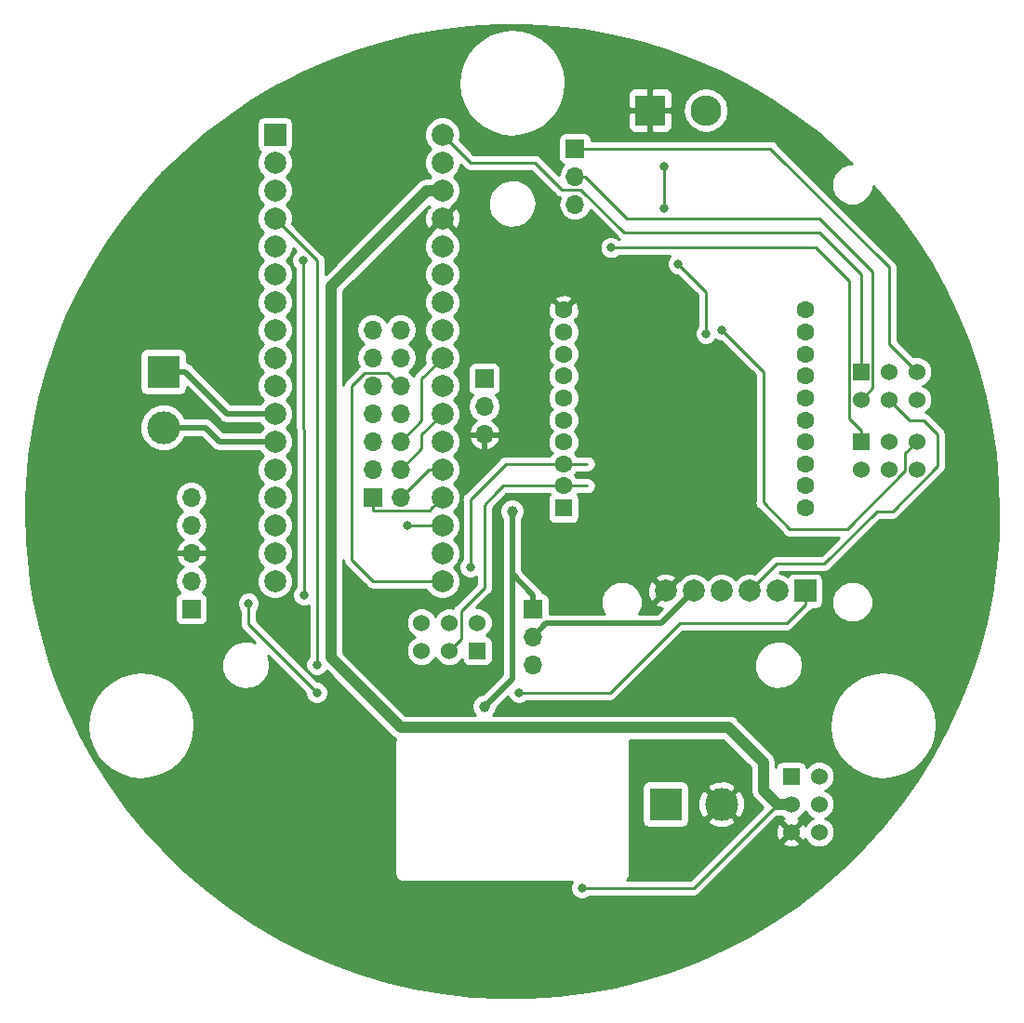
<source format=gbr>
G04 #@! TF.GenerationSoftware,KiCad,Pcbnew,(5.0.0)*
G04 #@! TF.CreationDate,2018-08-26T02:27:25+09:00*
G04 #@! TF.ProjectId,core,636F72652E6B696361645F7063620000,rev?*
G04 #@! TF.SameCoordinates,Original*
G04 #@! TF.FileFunction,Copper,L2,Bot,Signal*
G04 #@! TF.FilePolarity,Positive*
%FSLAX46Y46*%
G04 Gerber Fmt 4.6, Leading zero omitted, Abs format (unit mm)*
G04 Created by KiCad (PCBNEW (5.0.0)) date 08/26/18 02:27:25*
%MOMM*%
%LPD*%
G01*
G04 APERTURE LIST*
G04 #@! TA.AperFunction,ComponentPad*
%ADD10O,1.700000X1.700000*%
G04 #@! TD*
G04 #@! TA.AperFunction,ComponentPad*
%ADD11R,1.700000X1.700000*%
G04 #@! TD*
G04 #@! TA.AperFunction,ComponentPad*
%ADD12R,2.000000X2.000000*%
G04 #@! TD*
G04 #@! TA.AperFunction,ComponentPad*
%ADD13C,2.000000*%
G04 #@! TD*
G04 #@! TA.AperFunction,ComponentPad*
%ADD14C,3.000000*%
G04 #@! TD*
G04 #@! TA.AperFunction,ComponentPad*
%ADD15R,3.000000X3.000000*%
G04 #@! TD*
G04 #@! TA.AperFunction,ComponentPad*
%ADD16R,1.524000X1.524000*%
G04 #@! TD*
G04 #@! TA.AperFunction,ComponentPad*
%ADD17C,1.524000*%
G04 #@! TD*
G04 #@! TA.AperFunction,ComponentPad*
%ADD18R,1.600000X1.600000*%
G04 #@! TD*
G04 #@! TA.AperFunction,ComponentPad*
%ADD19C,1.600000*%
G04 #@! TD*
G04 #@! TA.AperFunction,ComponentPad*
%ADD20R,2.800000X2.800000*%
G04 #@! TD*
G04 #@! TA.AperFunction,ComponentPad*
%ADD21O,2.800000X2.800000*%
G04 #@! TD*
G04 #@! TA.AperFunction,ViaPad*
%ADD22C,0.800000*%
G04 #@! TD*
G04 #@! TA.AperFunction,ViaPad*
%ADD23C,1.000000*%
G04 #@! TD*
G04 #@! TA.AperFunction,Conductor*
%ADD24C,0.250000*%
G04 #@! TD*
G04 #@! TA.AperFunction,Conductor*
%ADD25C,1.000000*%
G04 #@! TD*
G04 #@! TA.AperFunction,Conductor*
%ADD26C,0.500000*%
G04 #@! TD*
G04 #@! TA.AperFunction,Conductor*
%ADD27C,0.254000*%
G04 #@! TD*
G04 APERTURE END LIST*
D10*
G04 #@! TO.P,J8,3*
G04 #@! TO.N,/3.3VOut*
X1905000Y-13970000D03*
G04 #@! TO.P,J8,2*
G04 #@! TO.N,/uSD_VCC*
X1905000Y-11430000D03*
D11*
G04 #@! TO.P,J8,1*
G04 #@! TO.N,/5VOut*
X1905000Y-8890000D03*
G04 #@! TD*
D10*
G04 #@! TO.P,J7,3*
G04 #@! TO.N,/GND*
X-2540000Y6985000D03*
G04 #@! TO.P,J7,2*
G04 #@! TO.N,/AREF*
X-2540000Y9525000D03*
D11*
G04 #@! TO.P,J7,1*
G04 #@! TO.N,Net-(J7-Pad1)*
X-2540000Y12065000D03*
G04 #@! TD*
D12*
G04 #@! TO.P,U1,1*
G04 #@! TO.N,Net-(SW4-Pad4)*
X-21590000Y34290000D03*
D13*
G04 #@! TO.P,U1,2*
G04 #@! TO.N,Net-(U1-Pad2)*
X-21590000Y31750000D03*
G04 #@! TO.P,U1,3*
G04 #@! TO.N,Net-(SW1-Pad4)*
X-21590000Y29210000D03*
G04 #@! TO.P,U1,4*
G04 #@! TO.N,Net-(SW1-Pad1)*
X-21590000Y26670000D03*
G04 #@! TO.P,U1,5*
G04 #@! TO.N,Net-(U1-Pad5)*
X-21590000Y24130000D03*
G04 #@! TO.P,U1,6*
G04 #@! TO.N,Net-(U1-Pad6)*
X-21590000Y21590000D03*
G04 #@! TO.P,U1,7*
G04 #@! TO.N,/I2C_SDA*
X-21590000Y19050000D03*
G04 #@! TO.P,U1,8*
G04 #@! TO.N,/I2C_SCL*
X-21590000Y16510000D03*
G04 #@! TO.P,U1,9*
G04 #@! TO.N,Net-(U1-Pad9)*
X-21590000Y13970000D03*
G04 #@! TO.P,U1,10*
G04 #@! TO.N,/D5*
X-21590000Y11430000D03*
G04 #@! TO.P,U1,11*
G04 #@! TO.N,/MAIN*
X-21590000Y8890000D03*
G04 #@! TO.P,U1,12*
G04 #@! TO.N,/DROGUE*
X-21590000Y6350000D03*
G04 #@! TO.P,U1,13*
G04 #@! TO.N,/D8*
X-21590000Y3810000D03*
G04 #@! TO.P,U1,14*
G04 #@! TO.N,/D9*
X-21590000Y1270000D03*
G04 #@! TO.P,U1,15*
G04 #@! TO.N,/D10*
X-21590000Y-1270000D03*
G04 #@! TO.P,U1,16*
G04 #@! TO.N,Net-(SW1-Pad6)*
X-21590000Y-3810000D03*
G04 #@! TO.P,U1,17*
G04 #@! TO.N,Net-(SW1-Pad3)*
X-21590000Y-6350000D03*
G04 #@! TO.P,U1,18*
G04 #@! TO.N,/D13*
X-6350000Y-6350000D03*
G04 #@! TO.P,U1,19*
G04 #@! TO.N,/3.3VOut*
X-6350000Y-3810000D03*
G04 #@! TO.P,U1,20*
G04 #@! TO.N,/AREF*
X-6350000Y-1270000D03*
G04 #@! TO.P,U1,21*
G04 #@! TO.N,/A0*
X-6350000Y1270000D03*
G04 #@! TO.P,U1,22*
G04 #@! TO.N,/A1*
X-6350000Y3810000D03*
G04 #@! TO.P,U1,23*
G04 #@! TO.N,/A2*
X-6350000Y6350000D03*
G04 #@! TO.P,U1,24*
G04 #@! TO.N,/A3*
X-6350000Y8890000D03*
G04 #@! TO.P,U1,25*
G04 #@! TO.N,/A4*
X-6350000Y11430000D03*
G04 #@! TO.P,U1,26*
G04 #@! TO.N,/A5*
X-6350000Y13970000D03*
G04 #@! TO.P,U1,27*
G04 #@! TO.N,Net-(U1-Pad27)*
X-6350000Y16510000D03*
G04 #@! TO.P,U1,28*
G04 #@! TO.N,Net-(U1-Pad28)*
X-6350000Y19050000D03*
G04 #@! TO.P,U1,29*
G04 #@! TO.N,/5VOut*
X-6350000Y21590000D03*
G04 #@! TO.P,U1,30*
G04 #@! TO.N,Net-(U1-Pad30)*
X-6350000Y24130000D03*
G04 #@! TO.P,U1,31*
G04 #@! TO.N,/GND*
X-6350000Y26670000D03*
G04 #@! TO.P,U1,32*
G04 #@! TO.N,Net-(D1-Pad2)*
X-6350000Y29210000D03*
G04 #@! TO.P,U1,33*
G04 #@! TO.N,Net-(SW5-Pad1)*
X-6350000Y31750000D03*
G04 #@! TO.P,U1,34*
G04 #@! TO.N,Net-(SW4-Pad1)*
X-6350000Y34290000D03*
G04 #@! TD*
D12*
G04 #@! TO.P,U2,1*
G04 #@! TO.N,Net-(U1-Pad9)*
X26670000Y-7255000D03*
D13*
G04 #@! TO.P,U2,2*
G04 #@! TO.N,/uSD_SCK*
X24130000Y-7255000D03*
G04 #@! TO.P,U2,3*
G04 #@! TO.N,/uSD_MOSI*
X21590000Y-7255000D03*
G04 #@! TO.P,U2,4*
G04 #@! TO.N,/uSD_MISO*
X19050000Y-7255000D03*
G04 #@! TO.P,U2,5*
G04 #@! TO.N,/uSD_VCC*
X16510000Y-7255000D03*
G04 #@! TO.P,U2,6*
G04 #@! TO.N,/GND*
X13970000Y-7255000D03*
G04 #@! TD*
D14*
G04 #@! TO.P,J1,2*
G04 #@! TO.N,/GND*
X19050000Y-26670000D03*
D15*
G04 #@! TO.P,J1,1*
G04 #@! TO.N,Net-(J1-Pad1)*
X13970000Y-26670000D03*
G04 #@! TD*
G04 #@! TO.P,J2,1*
G04 #@! TO.N,/MAIN*
X-31750000Y12700000D03*
D14*
G04 #@! TO.P,J2,2*
G04 #@! TO.N,/DROGUE*
X-31750000Y7620000D03*
G04 #@! TD*
D16*
G04 #@! TO.P,SW1,1*
G04 #@! TO.N,Net-(SW1-Pad1)*
X-3175000Y-12700000D03*
D17*
G04 #@! TO.P,SW1,2*
G04 #@! TO.N,/XBee_DOUT*
X-5715000Y-12700000D03*
G04 #@! TO.P,SW1,3*
G04 #@! TO.N,Net-(SW1-Pad3)*
X-8255000Y-12700000D03*
G04 #@! TO.P,SW1,4*
G04 #@! TO.N,Net-(SW1-Pad4)*
X-8255000Y-10160000D03*
G04 #@! TO.P,SW1,5*
G04 #@! TO.N,/XBee_DIN*
X-5715000Y-10160000D03*
G04 #@! TO.P,SW1,6*
G04 #@! TO.N,Net-(SW1-Pad6)*
X-3175000Y-10160000D03*
G04 #@! TD*
G04 #@! TO.P,SW2,6*
G04 #@! TO.N,N/C*
X27940000Y-24130000D03*
G04 #@! TO.P,SW2,5*
X27940000Y-26670000D03*
G04 #@! TO.P,SW2,4*
X27940000Y-29210000D03*
G04 #@! TO.P,SW2,3*
G04 #@! TO.N,/GND*
X25400000Y-29210000D03*
G04 #@! TO.P,SW2,2*
G04 #@! TO.N,Net-(D1-Pad2)*
X25400000Y-26670000D03*
D16*
G04 #@! TO.P,SW2,1*
G04 #@! TO.N,Net-(J1-Pad1)*
X25400000Y-24130000D03*
G04 #@! TD*
G04 #@! TO.P,SW4,1*
G04 #@! TO.N,Net-(SW4-Pad1)*
X31750000Y12700000D03*
D17*
G04 #@! TO.P,SW4,2*
G04 #@! TO.N,/uSD_SCK*
X34290000Y12700000D03*
G04 #@! TO.P,SW4,3*
G04 #@! TO.N,/SCK_TOP*
X36830000Y12700000D03*
G04 #@! TO.P,SW4,4*
G04 #@! TO.N,Net-(SW4-Pad4)*
X36830000Y10160000D03*
G04 #@! TO.P,SW4,5*
G04 #@! TO.N,/uSD_MOSI*
X34290000Y10160000D03*
G04 #@! TO.P,SW4,6*
G04 #@! TO.N,/MOSI_TOP*
X31750000Y10160000D03*
G04 #@! TD*
G04 #@! TO.P,SW5,6*
G04 #@! TO.N,N/C*
X31750000Y3810000D03*
G04 #@! TO.P,SW5,5*
X34290000Y3810000D03*
G04 #@! TO.P,SW5,4*
X36830000Y3810000D03*
G04 #@! TO.P,SW5,3*
G04 #@! TO.N,/MISO_TOP*
X36830000Y6350000D03*
G04 #@! TO.P,SW5,2*
G04 #@! TO.N,/uSD_MISO*
X34290000Y6350000D03*
D16*
G04 #@! TO.P,SW5,1*
G04 #@! TO.N,Net-(SW5-Pad1)*
X31750000Y6350000D03*
G04 #@! TD*
D18*
G04 #@! TO.P,U3,1*
G04 #@! TO.N,/3.3VOut*
X4670000Y305000D03*
D19*
G04 #@! TO.P,U3,2*
G04 #@! TO.N,/XBee_DOUT*
X4670000Y2305000D03*
G04 #@! TO.P,U3,3*
G04 #@! TO.N,/XBee_DIN*
X4670000Y4305000D03*
G04 #@! TO.P,U3,4*
G04 #@! TO.N,Net-(U3-Pad4)*
X4670000Y6305000D03*
G04 #@! TO.P,U3,5*
G04 #@! TO.N,Net-(SW3-Pad2)*
X4670000Y8305000D03*
G04 #@! TO.P,U3,6*
G04 #@! TO.N,Net-(U3-Pad6)*
X4670000Y10305000D03*
G04 #@! TO.P,U3,7*
G04 #@! TO.N,Net-(U3-Pad7)*
X4670000Y12305000D03*
G04 #@! TO.P,U3,8*
G04 #@! TO.N,Net-(U3-Pad8)*
X4670000Y14305000D03*
G04 #@! TO.P,U3,9*
G04 #@! TO.N,Net-(U3-Pad9)*
X4670000Y16305000D03*
G04 #@! TO.P,U3,10*
G04 #@! TO.N,/GND*
X4670000Y18305000D03*
G04 #@! TO.P,U3,11*
G04 #@! TO.N,Net-(U3-Pad11)*
X26670000Y18305000D03*
G04 #@! TO.P,U3,12*
G04 #@! TO.N,Net-(U3-Pad12)*
X26670000Y16305000D03*
G04 #@! TO.P,U3,13*
G04 #@! TO.N,Net-(U3-Pad13)*
X26670000Y14305000D03*
G04 #@! TO.P,U3,14*
G04 #@! TO.N,Net-(U3-Pad14)*
X26670000Y12305000D03*
G04 #@! TO.P,U3,15*
G04 #@! TO.N,Net-(U3-Pad15)*
X26670000Y10305000D03*
G04 #@! TO.P,U3,16*
G04 #@! TO.N,Net-(U3-Pad16)*
X26670000Y8305000D03*
G04 #@! TO.P,U3,17*
G04 #@! TO.N,Net-(U3-Pad17)*
X26670000Y6305000D03*
G04 #@! TO.P,U3,18*
G04 #@! TO.N,Net-(U3-Pad18)*
X26670000Y4305000D03*
G04 #@! TO.P,U3,19*
G04 #@! TO.N,Net-(U3-Pad19)*
X26670000Y2305000D03*
G04 #@! TO.P,U3,20*
G04 #@! TO.N,Net-(U3-Pad20)*
X26670000Y305000D03*
G04 #@! TD*
D20*
G04 #@! TO.P,SW3,1*
G04 #@! TO.N,/GND*
X12560000Y36500000D03*
D21*
G04 #@! TO.P,SW3,2*
G04 #@! TO.N,Net-(SW3-Pad2)*
X17640000Y36500000D03*
G04 #@! TD*
D10*
G04 #@! TO.P,J3,5*
G04 #@! TO.N,/I2C_SDA*
X-29210000Y1270000D03*
G04 #@! TO.P,J3,4*
G04 #@! TO.N,/I2C_SCL*
X-29210000Y-1270000D03*
G04 #@! TO.P,J3,3*
G04 #@! TO.N,/GND*
X-29210000Y-3810000D03*
G04 #@! TO.P,J3,2*
G04 #@! TO.N,/3.3VOut*
X-29210000Y-6350000D03*
D11*
G04 #@! TO.P,J3,1*
G04 #@! TO.N,/5VOut*
X-29210000Y-8890000D03*
G04 #@! TD*
D10*
G04 #@! TO.P,J4,14*
G04 #@! TO.N,/D5*
X-10160000Y16510000D03*
G04 #@! TO.P,J4,13*
G04 #@! TO.N,/D8*
X-12700000Y16510000D03*
G04 #@! TO.P,J4,12*
G04 #@! TO.N,/D9*
X-10160000Y13970000D03*
G04 #@! TO.P,J4,11*
G04 #@! TO.N,/D10*
X-12700000Y13970000D03*
G04 #@! TO.P,J4,10*
G04 #@! TO.N,/D13*
X-10160000Y11430000D03*
G04 #@! TO.P,J4,9*
G04 #@! TO.N,Net-(J4-Pad9)*
X-12700000Y11430000D03*
G04 #@! TO.P,J4,8*
G04 #@! TO.N,Net-(J4-Pad8)*
X-10160000Y8890000D03*
G04 #@! TO.P,J4,7*
G04 #@! TO.N,/AREF*
X-12700000Y8890000D03*
G04 #@! TO.P,J4,6*
G04 #@! TO.N,/A5*
X-10160000Y6350000D03*
G04 #@! TO.P,J4,5*
G04 #@! TO.N,/A4*
X-12700000Y6350000D03*
G04 #@! TO.P,J4,4*
G04 #@! TO.N,/A3*
X-10160000Y3810000D03*
G04 #@! TO.P,J4,3*
G04 #@! TO.N,/A2*
X-12700000Y3810000D03*
G04 #@! TO.P,J4,2*
G04 #@! TO.N,/A1*
X-10160000Y1270000D03*
D11*
G04 #@! TO.P,J4,1*
G04 #@! TO.N,/A0*
X-12700000Y1270000D03*
G04 #@! TD*
G04 #@! TO.P,J5,1*
G04 #@! TO.N,/SCK_TOP*
X5715000Y33020000D03*
D10*
G04 #@! TO.P,J5,2*
G04 #@! TO.N,/MOSI_TOP*
X5715000Y30480000D03*
G04 #@! TO.P,J5,3*
G04 #@! TO.N,/MISO_TOP*
X5715000Y27940000D03*
G04 #@! TD*
D22*
G04 #@! TO.N,Net-(D1-Pad2)*
X6350000Y-34290000D03*
G04 #@! TO.N,/GND*
X8255000Y19685000D03*
X8255000Y16510000D03*
X8255000Y13335000D03*
X11430000Y19685000D03*
X11430000Y16510000D03*
X11430000Y13335000D03*
X15875000Y8255000D03*
X15875000Y5080000D03*
X15875000Y1905000D03*
X19050000Y1905000D03*
X19050000Y5080000D03*
X19050000Y8255000D03*
X12700000Y1905000D03*
X12700000Y5080000D03*
X36195000Y-2540000D03*
X36195000Y-5715000D03*
X36195000Y-8890000D03*
X39370000Y-8890000D03*
X39370000Y-5715000D03*
X39370000Y-2540000D03*
X-16510000Y33020000D03*
X-16510000Y29845000D03*
X-13335000Y29845000D03*
X-13335000Y33020000D03*
X-12700000Y20320000D03*
X-9525000Y20320000D03*
X-9525000Y23495000D03*
X-24130000Y13970000D03*
X-26035000Y-3810000D03*
X6985000Y40640000D03*
X6985000Y36830000D03*
X-7620000Y41910000D03*
X-7620000Y38100000D03*
X-11430000Y38100000D03*
X13335000Y-16510000D03*
X16510000Y-16510000D03*
X16510000Y-13335000D03*
X-38735000Y-5080000D03*
X-38735000Y-8255000D03*
X-38735000Y-11430000D03*
X-35560000Y-11430000D03*
X-35560000Y-8255000D03*
X-35560000Y-5080000D03*
X-23495000Y-20955000D03*
X-19685000Y-20955000D03*
X-15875000Y-20955000D03*
G04 #@! TO.N,/MISO_TOP*
X19050000Y16510000D03*
G04 #@! TO.N,Net-(SW1-Pad1)*
X-17780000Y-13970000D03*
G04 #@! TO.N,Net-(SW1-Pad4)*
X-19050000Y22860000D03*
X-18960000Y-7620000D03*
G04 #@! TO.N,/XBee_DIN*
X-3810000Y-5080000D03*
D23*
G04 #@! TO.N,/5VOut*
X0Y0D03*
X-2540000Y-17780000D03*
D22*
G04 #@! TO.N,Net-(SW3-Pad2)*
X17640000Y16180000D03*
X15100000Y22530000D03*
X13830000Y27610000D03*
X13830000Y31420000D03*
G04 #@! TO.N,Net-(SW5-Pad1)*
X9000000Y24000000D03*
G04 #@! TO.N,Net-(U1-Pad9)*
X-24000000Y-8386410D03*
X635000Y-16510000D03*
X-17780000Y-16510000D03*
G04 #@! TO.N,/AREF*
X-9525000Y-1270000D03*
G04 #@! TD*
D24*
G04 #@! TO.N,Net-(D1-Pad2)*
X24130000Y-26670000D02*
X16510000Y-34290000D01*
X16510000Y-34290000D02*
X6350000Y-34290000D01*
D25*
X24130000Y-26670000D02*
X25400000Y-26670000D01*
X-7764213Y29210000D02*
X-16510000Y20464213D01*
X-6350000Y29210000D02*
X-7764213Y29210000D01*
X-16510000Y20464213D02*
X-16510000Y-13335000D01*
X-16510000Y-13335000D02*
X-11430000Y-18415000D01*
X22860000Y-25400000D02*
X24130000Y-26670000D01*
X22860000Y-22860000D02*
X22860000Y-25400000D01*
X19685000Y-19685000D02*
X22860000Y-22860000D01*
X-11430000Y-18415000D02*
X-10160000Y-19685000D01*
X-10160000Y-19685000D02*
X19685000Y-19685000D01*
D26*
G04 #@! TO.N,/MAIN*
X-29750000Y12700000D02*
X-25940000Y8890000D01*
X-31750000Y12700000D02*
X-29750000Y12700000D01*
X-25940000Y8890000D02*
X-21590000Y8890000D01*
G04 #@! TO.N,/DROGUE*
X-21590000Y6350000D02*
X-26670000Y6350000D01*
X-27940000Y7620000D02*
X-31750000Y7620000D01*
X-26670000Y6350000D02*
X-27940000Y7620000D01*
D24*
G04 #@! TO.N,/A0*
X-7349999Y270001D02*
X-6350000Y1270000D01*
X-7525001Y94999D02*
X-7349999Y270001D01*
X-12624999Y94999D02*
X-7525001Y94999D01*
X-12700000Y170000D02*
X-12624999Y94999D01*
X-12700000Y1270000D02*
X-12700000Y170000D01*
G04 #@! TO.N,/A1*
X-7620000Y3810000D02*
X-6350000Y3810000D01*
X-10160000Y1270000D02*
X-7620000Y3810000D01*
G04 #@! TO.N,/A3*
X-10160000Y3810000D02*
X-8255000Y5715000D01*
X-8255000Y5715000D02*
X-8255000Y6985000D01*
X-8255000Y6985000D02*
X-6350000Y8890000D01*
G04 #@! TO.N,/A5*
X-10160000Y6350000D02*
X-8255000Y8255000D01*
X-8255000Y12065000D02*
X-6350000Y13970000D01*
X-8255000Y8255000D02*
X-8255000Y12065000D01*
G04 #@! TO.N,/SCK_TOP*
X34290000Y15240000D02*
X36830000Y12700000D01*
X5715000Y33020000D02*
X7620000Y33020000D01*
X20320000Y33020000D02*
X23495000Y33020000D01*
X7620000Y33020000D02*
X20320000Y33020000D01*
X23495000Y33020000D02*
X34290000Y22225000D01*
X34290000Y22225000D02*
X34290000Y15240000D01*
G04 #@! TO.N,/MOSI_TOP*
X6604000Y30480000D02*
X5715000Y30480000D01*
X10414000Y26670000D02*
X6604000Y30480000D01*
X27940000Y26670000D02*
X10414000Y26670000D01*
X32837001Y21772999D02*
X27940000Y26670000D01*
X32837001Y11247001D02*
X32837001Y21772999D01*
X31750000Y10160000D02*
X32837001Y11247001D01*
G04 #@! TO.N,/MISO_TOP*
X35742999Y5262999D02*
X36830000Y6350000D01*
X22860000Y12700000D02*
X22860000Y800000D01*
X19050000Y16510000D02*
X22860000Y12700000D01*
X22860000Y800000D02*
X25260000Y-1600000D01*
X25260000Y-1600000D02*
X30488762Y-1600000D01*
X30488762Y-1600000D02*
X35742999Y3654237D01*
X35742999Y3654237D02*
X35742999Y5262999D01*
G04 #@! TO.N,Net-(SW1-Pad1)*
X-20264999Y25344999D02*
X-17780000Y22860000D01*
X-17780000Y22860000D02*
X-17780000Y-13970000D01*
X-21590000Y26670000D02*
X-20264999Y25344999D01*
G04 #@! TO.N,/XBee_DOUT*
X-4953001Y-11938001D02*
X-5715000Y-12700000D01*
X-2540000Y591370D02*
X-2540000Y-6985000D01*
X-2540000Y-6985000D02*
X-4627999Y-9072999D01*
X-4627999Y-9072999D02*
X-4627999Y-11612999D01*
X-4627999Y-11612999D02*
X-4953001Y-11938001D01*
X-826370Y2305000D02*
X6845000Y2305000D01*
X-1410000Y1721370D02*
X-826370Y2305000D01*
X-1410000Y1721370D02*
X-2540000Y591370D01*
G04 #@! TO.N,Net-(SW1-Pad4)*
X-19050000Y-7620000D02*
X-18960000Y-7620000D01*
X-19050000Y22860000D02*
X-18960000Y-7620000D01*
G04 #@! TO.N,/XBee_DIN*
X-3810000Y940000D02*
X-3810000Y1080000D01*
X-3810000Y-5080000D02*
X-3810000Y940000D01*
X-585000Y4305000D02*
X6845000Y4305000D01*
X-3810000Y1080000D02*
X-585000Y4305000D01*
D26*
G04 #@! TO.N,/uSD_VCC*
X3117001Y-10217999D02*
X1905000Y-11430000D01*
X13547001Y-10217999D02*
X16510000Y-7255000D01*
X12065000Y-10217999D02*
X13547001Y-10217999D01*
X12065000Y-10217999D02*
X3117001Y-10217999D01*
G04 #@! TO.N,/5VOut*
X0Y-5723000D02*
X0Y-5715000D01*
X1905000Y-7628000D02*
X0Y-5723000D01*
X1905000Y-8890000D02*
X1905000Y-7628000D01*
X0Y0D02*
X0Y-5715000D01*
X0Y-5715000D02*
X0Y-11859002D01*
X0Y-11859002D02*
X0Y-15240000D01*
X0Y-15240000D02*
X-2540000Y-17780000D01*
D24*
G04 #@! TO.N,Net-(SW3-Pad2)*
X17640000Y16180000D02*
X17640000Y19990000D01*
X17640000Y19990000D02*
X15100000Y22530000D01*
X13830000Y27610000D02*
X13830000Y31420000D01*
G04 #@! TO.N,Net-(SW4-Pad1)*
X-3810000Y31750000D02*
X-6350000Y34290000D01*
X2070998Y31750000D02*
X-3810000Y31750000D01*
X2070998Y31750000D02*
X4515999Y29304999D01*
X4515999Y29304999D02*
X6096000Y29304999D01*
X31750000Y21590000D02*
X31750000Y12700000D01*
X27940000Y25400000D02*
X31750000Y21590000D01*
X10160000Y25400000D02*
X27940000Y25400000D01*
X6096000Y29304999D02*
X6255001Y29304999D01*
X6255001Y29304999D02*
X10160000Y25400000D01*
G04 #@! TO.N,/uSD_MOSI*
X36195000Y8255000D02*
X37465000Y8255000D01*
X34290000Y10160000D02*
X36195000Y8255000D01*
X37465000Y8255000D02*
X38735000Y6985000D01*
X38735000Y6985000D02*
X38735000Y4106238D01*
X38735000Y4106238D02*
X34628762Y0D01*
X34628762Y0D02*
X33210000Y0D01*
X33210000Y0D02*
X28435000Y-4775000D01*
X24070000Y-4775000D02*
X21590000Y-7255000D01*
X28435000Y-4775000D02*
X24070000Y-4775000D01*
G04 #@! TO.N,Net-(SW5-Pad1)*
X31750000Y7362000D02*
X31750000Y6350000D01*
X30662999Y8449001D02*
X31750000Y7362000D01*
X30662999Y20937001D02*
X30662999Y8449001D01*
X27600000Y24000000D02*
X30662999Y20937001D01*
X9000000Y24000000D02*
X27600000Y24000000D01*
G04 #@! TO.N,Net-(U1-Pad9)*
X-24000000Y-8386410D02*
X-24000000Y-10000000D01*
X26670000Y-8505000D02*
X25015000Y-10160000D01*
X26670000Y-7255000D02*
X26670000Y-8505000D01*
X25015000Y-10160000D02*
X15240000Y-10160000D01*
X15240000Y-10160000D02*
X8890000Y-16510000D01*
X8890000Y-16510000D02*
X635000Y-16510000D01*
X-24000000Y-10290000D02*
X-24000000Y-10000000D01*
X-17780000Y-16510000D02*
X-24000000Y-10290000D01*
G04 #@! TO.N,/D13*
X-11335001Y12605001D02*
X-13429999Y12605001D01*
X-10160000Y11430000D02*
X-11335001Y12605001D01*
X-13429999Y12605001D02*
X-14605000Y11430000D01*
X-14605000Y11430000D02*
X-14605000Y-4445000D01*
X-12700000Y-6350000D02*
X-6350000Y-6350000D01*
X-14605000Y-4445000D02*
X-12700000Y-6350000D01*
G04 #@! TO.N,/AREF*
X-9525000Y-1270000D02*
X-6350000Y-1270000D01*
G04 #@! TD*
D27*
G04 #@! TO.N,/GND*
G36*
X3857949Y44096558D02*
X6466365Y43790140D01*
X9052018Y43329565D01*
X11605804Y42716455D01*
X14118734Y41952969D01*
X16581961Y41041793D01*
X18986814Y39986137D01*
X21324826Y38789715D01*
X23587768Y37456740D01*
X25767673Y35991905D01*
X27856867Y34400366D01*
X29847995Y32687726D01*
X30939483Y31630000D01*
X30595050Y31630000D01*
X29902233Y31343026D01*
X29371974Y30812767D01*
X29085000Y30119950D01*
X29085000Y29370050D01*
X29371974Y28677233D01*
X29902233Y28146974D01*
X30595050Y27860000D01*
X31344950Y27860000D01*
X32037767Y28146974D01*
X32568026Y28677233D01*
X32855000Y29370050D01*
X32855000Y29636709D01*
X33508386Y28923663D01*
X35164763Y26885492D01*
X36697348Y24752674D01*
X38100746Y22532718D01*
X39370016Y20233440D01*
X40500690Y17862933D01*
X41488787Y15429542D01*
X42330830Y12941834D01*
X43023854Y10408566D01*
X43565419Y7838656D01*
X43953618Y5241152D01*
X44187086Y2625197D01*
X44265000Y0D01*
X44204336Y-2316651D01*
X43989137Y-4934172D01*
X43619081Y-7534323D01*
X43095470Y-10107951D01*
X42420149Y-12645996D01*
X41595494Y-15139522D01*
X40624409Y-17579751D01*
X39510311Y-19958094D01*
X38257124Y-22266178D01*
X36869259Y-24495877D01*
X35351601Y-26639342D01*
X33709493Y-28689027D01*
X31948716Y-30637718D01*
X30075469Y-32478552D01*
X28096346Y-34205052D01*
X26018314Y-35811137D01*
X23848689Y-37291155D01*
X21595108Y-38639896D01*
X19265505Y-39852610D01*
X16868080Y-40925030D01*
X14411274Y-41853380D01*
X11903736Y-42634391D01*
X9354292Y-43265315D01*
X6771918Y-43743929D01*
X4165704Y-44068550D01*
X1544826Y-44238035D01*
X-1081490Y-44251786D01*
X-3704000Y-44109756D01*
X-6313470Y-43812445D01*
X-8900714Y-43360898D01*
X-11456625Y-42756707D01*
X-13972205Y-42001997D01*
X-16438597Y-41099425D01*
X-18847120Y-40052169D01*
X-21189295Y-38863916D01*
X-23456876Y-37538849D01*
X-25641881Y-36081632D01*
X-27736618Y-34497395D01*
X-29733712Y-32791715D01*
X-31626133Y-30970598D01*
X-33407220Y-29040453D01*
X-35070701Y-27008076D01*
X-36610722Y-24880621D01*
X-38021860Y-22665577D01*
X-39299148Y-20370743D01*
X-39685417Y-19568134D01*
X-38654514Y-19568134D01*
X-38548350Y-20514608D01*
X-38260370Y-21422436D01*
X-37801544Y-22257038D01*
X-37189347Y-22986626D01*
X-36447099Y-23583409D01*
X-35603070Y-24024656D01*
X-34689411Y-24293561D01*
X-33740921Y-24379880D01*
X-32793730Y-24280326D01*
X-31883914Y-23998691D01*
X-31046129Y-23545702D01*
X-30312285Y-22938614D01*
X-29710334Y-22200550D01*
X-29263205Y-21359622D01*
X-28987929Y-20447863D01*
X-28894990Y-19499999D01*
X-28896893Y-19363741D01*
X-29016261Y-18418842D01*
X-29316888Y-17515124D01*
X-29787323Y-16687009D01*
X-30409647Y-15966040D01*
X-31160155Y-15379679D01*
X-32010262Y-14950259D01*
X-32927587Y-14694137D01*
X-33877189Y-14621069D01*
X-34822898Y-14733838D01*
X-35728693Y-15028149D01*
X-36560072Y-15492791D01*
X-37285368Y-16110066D01*
X-37876955Y-16856463D01*
X-38312299Y-17703551D01*
X-38574819Y-18619066D01*
X-38654514Y-19568134D01*
X-39685417Y-19568134D01*
X-40438090Y-18004198D01*
X-41434675Y-15574271D01*
X-42093106Y-13651150D01*
X-26451256Y-13651150D01*
X-26445505Y-14383401D01*
X-26202875Y-15074310D01*
X-25749529Y-15649376D01*
X-25134351Y-16046592D01*
X-24423675Y-16223125D01*
X-23694133Y-16159939D01*
X-23024390Y-15863849D01*
X-22486665Y-15366782D01*
X-22138941Y-14722335D01*
X-22018711Y-13999999D01*
X-22018986Y-13964972D01*
X-22150547Y-13244613D01*
X-22189189Y-13175613D01*
X-18815000Y-16549803D01*
X-18815000Y-16715874D01*
X-18657431Y-17096280D01*
X-18366280Y-17387431D01*
X-17985874Y-17545000D01*
X-17574126Y-17545000D01*
X-17193720Y-17387431D01*
X-16902569Y-17096280D01*
X-16745000Y-16715874D01*
X-16745000Y-16304126D01*
X-16902569Y-15923720D01*
X-17193720Y-15632569D01*
X-17574126Y-15475000D01*
X-17740197Y-15475000D01*
X-23240000Y-9975199D01*
X-23240000Y-9090121D01*
X-23122569Y-8972690D01*
X-22965000Y-8592284D01*
X-22965000Y-8180536D01*
X-23122569Y-7800130D01*
X-23413720Y-7508979D01*
X-23794126Y-7351410D01*
X-24205874Y-7351410D01*
X-24586280Y-7508979D01*
X-24877431Y-7800130D01*
X-25035000Y-8180536D01*
X-25035000Y-8592284D01*
X-24877431Y-8972690D01*
X-24760000Y-9090121D01*
X-24759999Y-9925143D01*
X-24760000Y-9925148D01*
X-24760000Y-10215153D01*
X-24774888Y-10290000D01*
X-24760000Y-10364847D01*
X-24760000Y-10364851D01*
X-24715904Y-10586536D01*
X-24547929Y-10837929D01*
X-24484470Y-10880331D01*
X-23390015Y-11974787D01*
X-23728128Y-11831614D01*
X-24458573Y-11779896D01*
X-25166388Y-11967570D01*
X-25775251Y-12374399D01*
X-26219508Y-12956516D01*
X-26451256Y-13651150D01*
X-42093106Y-13651150D01*
X-42285397Y-13089517D01*
X-42987259Y-10558683D01*
X-43537791Y-7990680D01*
X-43788850Y-6350000D01*
X-30724092Y-6350000D01*
X-30608839Y-6929418D01*
X-30280625Y-7420625D01*
X-30262381Y-7432816D01*
X-30307765Y-7441843D01*
X-30517809Y-7582191D01*
X-30658157Y-7792235D01*
X-30707440Y-8040000D01*
X-30707440Y-9740000D01*
X-30658157Y-9987765D01*
X-30517809Y-10197809D01*
X-30307765Y-10338157D01*
X-30060000Y-10387440D01*
X-28360000Y-10387440D01*
X-28112235Y-10338157D01*
X-27902191Y-10197809D01*
X-27761843Y-9987765D01*
X-27712560Y-9740000D01*
X-27712560Y-8040000D01*
X-27761843Y-7792235D01*
X-27902191Y-7582191D01*
X-28112235Y-7441843D01*
X-28157619Y-7432816D01*
X-28139375Y-7420625D01*
X-27811161Y-6929418D01*
X-27695908Y-6350000D01*
X-27811161Y-5770582D01*
X-28139375Y-5279375D01*
X-28458478Y-5066157D01*
X-28328642Y-5005183D01*
X-27938355Y-4576924D01*
X-27768524Y-4166890D01*
X-27889845Y-3937000D01*
X-29083000Y-3937000D01*
X-29083000Y-3957000D01*
X-29337000Y-3957000D01*
X-29337000Y-3937000D01*
X-30530155Y-3937000D01*
X-30651476Y-4166890D01*
X-30481645Y-4576924D01*
X-30091358Y-5005183D01*
X-29961522Y-5066157D01*
X-30280625Y-5279375D01*
X-30608839Y-5770582D01*
X-30724092Y-6350000D01*
X-43788850Y-6350000D01*
X-43935055Y-5394546D01*
X-44177653Y-2779422D01*
X-44264730Y-154514D01*
X-44227428Y1270000D01*
X-30724092Y1270000D01*
X-30608839Y690582D01*
X-30280625Y199375D01*
X-29982239Y0D01*
X-30280625Y-199375D01*
X-30608839Y-690582D01*
X-30724092Y-1270000D01*
X-30608839Y-1849418D01*
X-30280625Y-2340625D01*
X-29961522Y-2553843D01*
X-30091358Y-2614817D01*
X-30481645Y-3043076D01*
X-30651476Y-3453110D01*
X-30530155Y-3683000D01*
X-29337000Y-3683000D01*
X-29337000Y-3663000D01*
X-29083000Y-3663000D01*
X-29083000Y-3683000D01*
X-27889845Y-3683000D01*
X-27768524Y-3453110D01*
X-27938355Y-3043076D01*
X-28328642Y-2614817D01*
X-28458478Y-2553843D01*
X-28139375Y-2340625D01*
X-27811161Y-1849418D01*
X-27695908Y-1270000D01*
X-27811161Y-690582D01*
X-28139375Y-199375D01*
X-28437761Y0D01*
X-28139375Y199375D01*
X-27811161Y690582D01*
X-27695908Y1270000D01*
X-27811161Y1849418D01*
X-28139375Y2340625D01*
X-28630582Y2668839D01*
X-29063744Y2755000D01*
X-29356256Y2755000D01*
X-29789418Y2668839D01*
X-30280625Y2340625D01*
X-30608839Y1849418D01*
X-30724092Y1270000D01*
X-44227428Y1270000D01*
X-44195980Y2470939D01*
X-43971645Y5087693D01*
X-43592515Y7686537D01*
X-43059924Y10258321D01*
X-42375748Y12793992D01*
X-41905305Y14200000D01*
X-33897440Y14200000D01*
X-33897440Y11200000D01*
X-33848157Y10952235D01*
X-33707809Y10742191D01*
X-33497765Y10601843D01*
X-33250000Y10552560D01*
X-30250000Y10552560D01*
X-30002235Y10601843D01*
X-29792191Y10742191D01*
X-29651843Y10952235D01*
X-29602560Y11200000D01*
X-29602560Y11300982D01*
X-26627423Y8325844D01*
X-26578049Y8251951D01*
X-26504156Y8202577D01*
X-26504155Y8202576D01*
X-26389792Y8126161D01*
X-26285310Y8056348D01*
X-26027165Y8005000D01*
X-26027161Y8005000D01*
X-25940000Y7987663D01*
X-25852839Y8005000D01*
X-22993132Y8005000D01*
X-22976086Y7963847D01*
X-22632239Y7620000D01*
X-22976086Y7276153D01*
X-22993132Y7235000D01*
X-26303421Y7235000D01*
X-27252575Y8184153D01*
X-27301951Y8258049D01*
X-27594690Y8453652D01*
X-27852835Y8505000D01*
X-27852839Y8505000D01*
X-27940000Y8522337D01*
X-28027161Y8505000D01*
X-29805671Y8505000D01*
X-29940034Y8829380D01*
X-30540620Y9429966D01*
X-31325322Y9755000D01*
X-32174678Y9755000D01*
X-32959380Y9429966D01*
X-33559966Y8829380D01*
X-33885000Y8044678D01*
X-33885000Y7195322D01*
X-33559966Y6410620D01*
X-32959380Y5810034D01*
X-32174678Y5485000D01*
X-31325322Y5485000D01*
X-30540620Y5810034D01*
X-29940034Y6410620D01*
X-29805671Y6735000D01*
X-28306578Y6735000D01*
X-27357423Y5785844D01*
X-27308049Y5711951D01*
X-27234156Y5662577D01*
X-27234155Y5662576D01*
X-27123120Y5588385D01*
X-27015310Y5516348D01*
X-26757165Y5465000D01*
X-26757161Y5465000D01*
X-26670001Y5447663D01*
X-26582841Y5465000D01*
X-22993132Y5465000D01*
X-22976086Y5423847D01*
X-22632239Y5080000D01*
X-22976086Y4736153D01*
X-23225000Y4135222D01*
X-23225000Y3484778D01*
X-22976086Y2883847D01*
X-22632239Y2540000D01*
X-22976086Y2196153D01*
X-23225000Y1595222D01*
X-23225000Y944778D01*
X-22976086Y343847D01*
X-22632239Y0D01*
X-22976086Y-343847D01*
X-23225000Y-944778D01*
X-23225000Y-1595222D01*
X-22976086Y-2196153D01*
X-22632239Y-2540000D01*
X-22976086Y-2883847D01*
X-23225000Y-3484778D01*
X-23225000Y-4135222D01*
X-22976086Y-4736153D01*
X-22632239Y-5080000D01*
X-22976086Y-5423847D01*
X-23225000Y-6024778D01*
X-23225000Y-6675222D01*
X-22976086Y-7276153D01*
X-22516153Y-7736086D01*
X-21915222Y-7985000D01*
X-21264778Y-7985000D01*
X-20663847Y-7736086D01*
X-20203914Y-7276153D01*
X-19955000Y-6675222D01*
X-19955000Y-6024778D01*
X-20203914Y-5423847D01*
X-20547761Y-5080000D01*
X-20203914Y-4736153D01*
X-19955000Y-4135222D01*
X-19955000Y-3484778D01*
X-20203914Y-2883847D01*
X-20547761Y-2540000D01*
X-20203914Y-2196153D01*
X-19955000Y-1595222D01*
X-19955000Y-944778D01*
X-20203914Y-343847D01*
X-20547761Y0D01*
X-20203914Y343847D01*
X-19955000Y944778D01*
X-19955000Y1595222D01*
X-20203914Y2196153D01*
X-20547761Y2540000D01*
X-20203914Y2883847D01*
X-19955000Y3484778D01*
X-19955000Y4135222D01*
X-20203914Y4736153D01*
X-20547761Y5080000D01*
X-20203914Y5423847D01*
X-19955000Y6024778D01*
X-19955000Y6675222D01*
X-20203914Y7276153D01*
X-20547761Y7620000D01*
X-20203914Y7963847D01*
X-19955000Y8564778D01*
X-19955000Y9215222D01*
X-20203914Y9816153D01*
X-20547761Y10160000D01*
X-20203914Y10503847D01*
X-19955000Y11104778D01*
X-19955000Y11755222D01*
X-20203914Y12356153D01*
X-20547761Y12700000D01*
X-20203914Y13043847D01*
X-19955000Y13644778D01*
X-19955000Y14295222D01*
X-20203914Y14896153D01*
X-20547761Y15240000D01*
X-20203914Y15583847D01*
X-19955000Y16184778D01*
X-19955000Y16835222D01*
X-20203914Y17436153D01*
X-20547761Y17780000D01*
X-20203914Y18123847D01*
X-19955000Y18724778D01*
X-19955000Y19375222D01*
X-20203914Y19976153D01*
X-20547761Y20320000D01*
X-20203914Y20663847D01*
X-19955000Y21264778D01*
X-19955000Y21915222D01*
X-20203914Y22516153D01*
X-20547761Y22860000D01*
X-20203914Y23203847D01*
X-19955000Y23804778D01*
X-19955000Y23960198D01*
X-19684256Y23689455D01*
X-19927431Y23446280D01*
X-20085000Y23065874D01*
X-20085000Y22654126D01*
X-19927431Y22273720D01*
X-19807919Y22154208D01*
X-19722074Y-6918363D01*
X-19837431Y-7033720D01*
X-19995000Y-7414126D01*
X-19995000Y-7825874D01*
X-19837431Y-8206280D01*
X-19546280Y-8497431D01*
X-19165874Y-8655000D01*
X-18754126Y-8655000D01*
X-18539999Y-8566306D01*
X-18539999Y-13266288D01*
X-18657431Y-13383720D01*
X-18815000Y-13764126D01*
X-18815000Y-14175874D01*
X-18657431Y-14556280D01*
X-18366280Y-14847431D01*
X-17985874Y-15005000D01*
X-17574126Y-15005000D01*
X-17193720Y-14847431D01*
X-16902569Y-14556280D01*
X-16900016Y-14550116D01*
X-12153524Y-19296608D01*
X-12153521Y-19296610D01*
X-11041611Y-20408521D01*
X-10978289Y-20503289D01*
X-10662849Y-20714059D01*
X-10668805Y-20722972D01*
X-10723909Y-21000000D01*
X-10709999Y-21069931D01*
X-10710000Y-26069925D01*
X-10709999Y-26069930D01*
X-10710000Y-32930074D01*
X-10723909Y-33000000D01*
X-10668805Y-33277028D01*
X-10511881Y-33511881D01*
X-10277028Y-33668805D01*
X-10000000Y-33723909D01*
X-9930075Y-33710000D01*
X5469968Y-33710000D01*
X5315000Y-34084126D01*
X5315000Y-34495874D01*
X5472569Y-34876280D01*
X5763720Y-35167431D01*
X6144126Y-35325000D01*
X6555874Y-35325000D01*
X6936280Y-35167431D01*
X7053711Y-35050000D01*
X16435153Y-35050000D01*
X16510000Y-35064888D01*
X16584847Y-35050000D01*
X16584852Y-35050000D01*
X16806537Y-35005904D01*
X17057929Y-34837929D01*
X17100331Y-34774470D01*
X21684588Y-30190213D01*
X24599392Y-30190213D01*
X24668857Y-30432397D01*
X25192302Y-30619144D01*
X25747368Y-30591362D01*
X26131143Y-30432397D01*
X26200608Y-30190213D01*
X25400000Y-29389605D01*
X24599392Y-30190213D01*
X21684588Y-30190213D01*
X22872500Y-29002302D01*
X23990856Y-29002302D01*
X24018638Y-29557368D01*
X24177603Y-29941143D01*
X24419787Y-30010608D01*
X25220395Y-29210000D01*
X24419787Y-28409392D01*
X24177603Y-28478857D01*
X23990856Y-29002302D01*
X22872500Y-29002302D01*
X24061244Y-27813559D01*
X24129999Y-27827235D01*
X24241782Y-27805000D01*
X24559343Y-27805000D01*
X24608663Y-27854320D01*
X24799647Y-27933428D01*
X24668857Y-27987603D01*
X24599392Y-28229787D01*
X25400000Y-29030395D01*
X26200608Y-28229787D01*
X26131143Y-27987603D01*
X25990607Y-27937465D01*
X26191337Y-27854320D01*
X26584320Y-27461337D01*
X26670000Y-27254487D01*
X26755680Y-27461337D01*
X27148663Y-27854320D01*
X27355513Y-27940000D01*
X27148663Y-28025680D01*
X26755680Y-28418663D01*
X26676572Y-28609647D01*
X26622397Y-28478857D01*
X26380213Y-28409392D01*
X25579605Y-29210000D01*
X26380213Y-30010608D01*
X26622397Y-29941143D01*
X26672535Y-29800607D01*
X26755680Y-30001337D01*
X27148663Y-30394320D01*
X27662119Y-30607000D01*
X28217881Y-30607000D01*
X28731337Y-30394320D01*
X29124320Y-30001337D01*
X29337000Y-29487881D01*
X29337000Y-28932119D01*
X29124320Y-28418663D01*
X28731337Y-28025680D01*
X28524487Y-27940000D01*
X28731337Y-27854320D01*
X29124320Y-27461337D01*
X29337000Y-26947881D01*
X29337000Y-26392119D01*
X29124320Y-25878663D01*
X28731337Y-25485680D01*
X28524487Y-25400000D01*
X28731337Y-25314320D01*
X29124320Y-24921337D01*
X29337000Y-24407881D01*
X29337000Y-23852119D01*
X29124320Y-23338663D01*
X28731337Y-22945680D01*
X28217881Y-22733000D01*
X27662119Y-22733000D01*
X27148663Y-22945680D01*
X26795653Y-23298690D01*
X26760157Y-23120235D01*
X26619809Y-22910191D01*
X26409765Y-22769843D01*
X26162000Y-22720560D01*
X24638000Y-22720560D01*
X24390235Y-22769843D01*
X24180191Y-22910191D01*
X24039843Y-23120235D01*
X23995000Y-23345678D01*
X23995000Y-22971782D01*
X24017235Y-22859999D01*
X23929146Y-22417145D01*
X23828273Y-22266178D01*
X23678289Y-22041711D01*
X23583521Y-21978390D01*
X21173265Y-19568134D01*
X28895466Y-19568134D01*
X29001630Y-20514608D01*
X29289610Y-21422436D01*
X29748436Y-22257038D01*
X30360633Y-22986626D01*
X31102881Y-23583409D01*
X31946910Y-24024656D01*
X32860569Y-24293561D01*
X33809059Y-24379880D01*
X34756250Y-24280326D01*
X35666066Y-23998691D01*
X36503851Y-23545702D01*
X37237695Y-22938614D01*
X37839646Y-22200550D01*
X38286775Y-21359622D01*
X38562051Y-20447863D01*
X38654990Y-19499999D01*
X38653087Y-19363741D01*
X38533719Y-18418842D01*
X38233092Y-17515124D01*
X37762657Y-16687009D01*
X37140333Y-15966040D01*
X36389825Y-15379679D01*
X35539718Y-14950259D01*
X34622393Y-14694137D01*
X33672791Y-14621069D01*
X32727082Y-14733838D01*
X31821287Y-15028149D01*
X30989908Y-15492791D01*
X30264612Y-16110066D01*
X29673025Y-16856463D01*
X29237681Y-17703551D01*
X28975161Y-18619066D01*
X28895466Y-19568134D01*
X21173265Y-19568134D01*
X20566613Y-18961482D01*
X20503289Y-18866711D01*
X20127855Y-18615854D01*
X19796783Y-18550000D01*
X19685000Y-18527765D01*
X19573217Y-18550000D01*
X-1704867Y-18550000D01*
X-1577793Y-18422926D01*
X-1405000Y-18005766D01*
X-1405000Y-17896578D01*
X-348537Y-16840116D01*
X-242431Y-17096280D01*
X48720Y-17387431D01*
X429126Y-17545000D01*
X840874Y-17545000D01*
X1221280Y-17387431D01*
X1338711Y-17270000D01*
X8815153Y-17270000D01*
X8890000Y-17284888D01*
X8964847Y-17270000D01*
X8964852Y-17270000D01*
X9186537Y-17225904D01*
X9437929Y-17057929D01*
X9480331Y-16994470D01*
X12823651Y-13651150D01*
X22046166Y-13651150D01*
X22051917Y-14383401D01*
X22294547Y-15074310D01*
X22747893Y-15649376D01*
X23363071Y-16046592D01*
X24073747Y-16223125D01*
X24803289Y-16159939D01*
X25473032Y-15863849D01*
X26010757Y-15366782D01*
X26358481Y-14722335D01*
X26478711Y-13999999D01*
X26478436Y-13964972D01*
X26346875Y-13244613D01*
X25989071Y-12605708D01*
X25443605Y-12117148D01*
X24769294Y-11831614D01*
X24038849Y-11779896D01*
X23331034Y-11967570D01*
X22722171Y-12374399D01*
X22277914Y-12956516D01*
X22046166Y-13651150D01*
X12823651Y-13651150D01*
X15554802Y-10920000D01*
X24940153Y-10920000D01*
X25015000Y-10934888D01*
X25089847Y-10920000D01*
X25089852Y-10920000D01*
X25311537Y-10875904D01*
X25562929Y-10707929D01*
X25605331Y-10644470D01*
X27154476Y-9095327D01*
X27217929Y-9052929D01*
X27260327Y-8989476D01*
X27260329Y-8989474D01*
X27318483Y-8902440D01*
X27670000Y-8902440D01*
X27917765Y-8853157D01*
X28127809Y-8712809D01*
X28268157Y-8502765D01*
X28317440Y-8255000D01*
X28317440Y-7880050D01*
X29085000Y-7880050D01*
X29085000Y-8629950D01*
X29371974Y-9322767D01*
X29902233Y-9853026D01*
X30595050Y-10140000D01*
X31344950Y-10140000D01*
X32037767Y-9853026D01*
X32568026Y-9322767D01*
X32855000Y-8629950D01*
X32855000Y-7880050D01*
X32568026Y-7187233D01*
X32037767Y-6656974D01*
X31344950Y-6370000D01*
X30595050Y-6370000D01*
X29902233Y-6656974D01*
X29371974Y-7187233D01*
X29085000Y-7880050D01*
X28317440Y-7880050D01*
X28317440Y-6255000D01*
X28268157Y-6007235D01*
X28127809Y-5797191D01*
X27917765Y-5656843D01*
X27670000Y-5607560D01*
X25670000Y-5607560D01*
X25422235Y-5656843D01*
X25212191Y-5797191D01*
X25120962Y-5933723D01*
X25056153Y-5868914D01*
X24455222Y-5620000D01*
X24299802Y-5620000D01*
X24384802Y-5535000D01*
X28360153Y-5535000D01*
X28435000Y-5549888D01*
X28509847Y-5535000D01*
X28509852Y-5535000D01*
X28731537Y-5490904D01*
X28982929Y-5322929D01*
X29025331Y-5259470D01*
X33524802Y-760000D01*
X34553915Y-760000D01*
X34628762Y-774888D01*
X34703609Y-760000D01*
X34703614Y-760000D01*
X34925299Y-715904D01*
X35176691Y-547929D01*
X35219093Y-484470D01*
X39219476Y3515911D01*
X39282929Y3558309D01*
X39325327Y3621762D01*
X39325329Y3621764D01*
X39450903Y3809700D01*
X39450904Y3809701D01*
X39495000Y4031386D01*
X39495000Y4031390D01*
X39509888Y4106237D01*
X39495000Y4181084D01*
X39495000Y6910154D01*
X39509888Y6985001D01*
X39495000Y7059848D01*
X39495000Y7059852D01*
X39450904Y7281537D01*
X39282929Y7532929D01*
X39219473Y7575329D01*
X38055331Y8739470D01*
X38012929Y8802929D01*
X37761537Y8970904D01*
X37640614Y8994957D01*
X38014320Y9368663D01*
X38227000Y9882119D01*
X38227000Y10437881D01*
X38014320Y10951337D01*
X37621337Y11344320D01*
X37414487Y11430000D01*
X37621337Y11515680D01*
X38014320Y11908663D01*
X38227000Y12422119D01*
X38227000Y12977881D01*
X38014320Y13491337D01*
X37621337Y13884320D01*
X37107881Y14097000D01*
X36552119Y14097000D01*
X36520782Y14084020D01*
X35050000Y15554801D01*
X35050000Y22150154D01*
X35064888Y22225001D01*
X35050000Y22299848D01*
X35050000Y22299852D01*
X35005904Y22521537D01*
X34917311Y22654126D01*
X34880329Y22709474D01*
X34880327Y22709476D01*
X34837929Y22772929D01*
X34774476Y22815327D01*
X24085331Y33504470D01*
X24042929Y33567929D01*
X23791537Y33735904D01*
X23569852Y33780000D01*
X23569847Y33780000D01*
X23495000Y33794888D01*
X23420153Y33780000D01*
X7212440Y33780000D01*
X7212440Y33870000D01*
X7163157Y34117765D01*
X7022809Y34327809D01*
X6812765Y34468157D01*
X6565000Y34517440D01*
X4865000Y34517440D01*
X4617235Y34468157D01*
X4407191Y34327809D01*
X4266843Y34117765D01*
X4217560Y33870000D01*
X4217560Y32170000D01*
X4266843Y31922235D01*
X4407191Y31712191D01*
X4617235Y31571843D01*
X4662619Y31562816D01*
X4644375Y31550625D01*
X4316161Y31059418D01*
X4236561Y30659239D01*
X2661329Y32234470D01*
X2618927Y32297929D01*
X2367535Y32465904D01*
X2145850Y32510000D01*
X2145845Y32510000D01*
X2070998Y32524888D01*
X1996151Y32510000D01*
X-3495197Y32510000D01*
X-4783823Y33798625D01*
X-4715000Y33964778D01*
X-4715000Y34615222D01*
X-4963914Y35216153D01*
X-5423847Y35676086D01*
X-6024778Y35925000D01*
X-6675222Y35925000D01*
X-7276153Y35676086D01*
X-7736086Y35216153D01*
X-7985000Y34615222D01*
X-7985000Y33964778D01*
X-7736086Y33363847D01*
X-7392239Y33020000D01*
X-7736086Y32676153D01*
X-7985000Y32075222D01*
X-7985000Y31424778D01*
X-7736086Y30823847D01*
X-7392239Y30480000D01*
X-7527239Y30345000D01*
X-7652430Y30345000D01*
X-7764213Y30367235D01*
X-7875996Y30345000D01*
X-8207068Y30279146D01*
X-8582502Y30028289D01*
X-8645822Y29933524D01*
X-17020000Y21559344D01*
X-17020000Y22785154D01*
X-17005112Y22860001D01*
X-17020000Y22934848D01*
X-17020000Y22934852D01*
X-17064096Y23156537D01*
X-17119864Y23240000D01*
X-17189671Y23344474D01*
X-17189673Y23344476D01*
X-17232071Y23407929D01*
X-17295524Y23450327D01*
X-19674666Y25829467D01*
X-19674670Y25829473D01*
X-20023823Y26178625D01*
X-19955000Y26344778D01*
X-19955000Y26995222D01*
X-20203914Y27596153D01*
X-20547761Y27940000D01*
X-20203914Y28283847D01*
X-19955000Y28884778D01*
X-19955000Y29535222D01*
X-20203914Y30136153D01*
X-20547761Y30480000D01*
X-20203914Y30823847D01*
X-19955000Y31424778D01*
X-19955000Y32075222D01*
X-20203914Y32676153D01*
X-20268723Y32740962D01*
X-20132191Y32832191D01*
X-19991843Y33042235D01*
X-19942560Y33290000D01*
X-19942560Y35290000D01*
X-19991843Y35537765D01*
X-20132191Y35747809D01*
X-20342235Y35888157D01*
X-20590000Y35937440D01*
X-22590000Y35937440D01*
X-22837765Y35888157D01*
X-23047809Y35747809D01*
X-23188157Y35537765D01*
X-23237440Y35290000D01*
X-23237440Y33290000D01*
X-23188157Y33042235D01*
X-23047809Y32832191D01*
X-22911277Y32740962D01*
X-22976086Y32676153D01*
X-23225000Y32075222D01*
X-23225000Y31424778D01*
X-22976086Y30823847D01*
X-22632239Y30480000D01*
X-22976086Y30136153D01*
X-23225000Y29535222D01*
X-23225000Y28884778D01*
X-22976086Y28283847D01*
X-22632239Y27940000D01*
X-22976086Y27596153D01*
X-23225000Y26995222D01*
X-23225000Y26344778D01*
X-22976086Y25743847D01*
X-22632239Y25400000D01*
X-22976086Y25056153D01*
X-23225000Y24455222D01*
X-23225000Y23804778D01*
X-22976086Y23203847D01*
X-22632239Y22860000D01*
X-22976086Y22516153D01*
X-23225000Y21915222D01*
X-23225000Y21264778D01*
X-22976086Y20663847D01*
X-22632239Y20320000D01*
X-22976086Y19976153D01*
X-23225000Y19375222D01*
X-23225000Y18724778D01*
X-22976086Y18123847D01*
X-22632239Y17780000D01*
X-22976086Y17436153D01*
X-23225000Y16835222D01*
X-23225000Y16184778D01*
X-22976086Y15583847D01*
X-22632239Y15240000D01*
X-22976086Y14896153D01*
X-23225000Y14295222D01*
X-23225000Y13644778D01*
X-22976086Y13043847D01*
X-22632239Y12700000D01*
X-22976086Y12356153D01*
X-23225000Y11755222D01*
X-23225000Y11104778D01*
X-22976086Y10503847D01*
X-22632239Y10160000D01*
X-22976086Y9816153D01*
X-22993132Y9775000D01*
X-25573421Y9775000D01*
X-29062575Y13264153D01*
X-29111951Y13338049D01*
X-29404690Y13533652D01*
X-29602560Y13573011D01*
X-29602560Y14200000D01*
X-29651843Y14447765D01*
X-29792191Y14657809D01*
X-30002235Y14798157D01*
X-30250000Y14847440D01*
X-33250000Y14847440D01*
X-33497765Y14798157D01*
X-33707809Y14657809D01*
X-33848157Y14447765D01*
X-33897440Y14200000D01*
X-41905305Y14200000D01*
X-41542394Y15284625D01*
X-40562796Y17721450D01*
X-39440404Y20095889D01*
X-38179168Y22399585D01*
X-36783528Y24624425D01*
X-35258397Y26762580D01*
X-33609144Y28806521D01*
X-31841576Y30749053D01*
X-29961915Y32583338D01*
X-27976777Y34302918D01*
X-25893151Y35901740D01*
X-23718373Y37374176D01*
X-21460098Y38715041D01*
X-21040010Y38931865D01*
X-4879524Y38931865D01*
X-4773360Y37985391D01*
X-4485380Y37077563D01*
X-4026554Y36242961D01*
X-3414357Y35513373D01*
X-2672109Y34916590D01*
X-1828080Y34475343D01*
X-914421Y34206438D01*
X34069Y34120119D01*
X981260Y34219673D01*
X1891076Y34501308D01*
X2728861Y34954297D01*
X3462705Y35561385D01*
X3995169Y36214250D01*
X10525000Y36214250D01*
X10525000Y34973690D01*
X10621673Y34740301D01*
X10800302Y34561673D01*
X11033691Y34465000D01*
X12274250Y34465000D01*
X12433000Y34623750D01*
X12433000Y36373000D01*
X12687000Y36373000D01*
X12687000Y34623750D01*
X12845750Y34465000D01*
X14086309Y34465000D01*
X14319698Y34561673D01*
X14498327Y34740301D01*
X14595000Y34973690D01*
X14595000Y36214250D01*
X14436250Y36373000D01*
X12687000Y36373000D01*
X12433000Y36373000D01*
X10683750Y36373000D01*
X10525000Y36214250D01*
X3995169Y36214250D01*
X4064656Y36299449D01*
X4171290Y36500000D01*
X15565132Y36500000D01*
X15723072Y35705982D01*
X16172847Y35032847D01*
X16845982Y34583072D01*
X17439570Y34465000D01*
X17840430Y34465000D01*
X18434018Y34583072D01*
X19107153Y35032847D01*
X19556928Y35705982D01*
X19714868Y36500000D01*
X19556928Y37294018D01*
X19107153Y37967153D01*
X18434018Y38416928D01*
X17840430Y38535000D01*
X17439570Y38535000D01*
X16845982Y38416928D01*
X16172847Y37967153D01*
X15723072Y37294018D01*
X15565132Y36500000D01*
X4171290Y36500000D01*
X4511785Y37140377D01*
X4779263Y38026310D01*
X10525000Y38026310D01*
X10525000Y36785750D01*
X10683750Y36627000D01*
X12433000Y36627000D01*
X12433000Y38376250D01*
X12687000Y38376250D01*
X12687000Y36627000D01*
X14436250Y36627000D01*
X14595000Y36785750D01*
X14595000Y38026310D01*
X14498327Y38259699D01*
X14319698Y38438327D01*
X14086309Y38535000D01*
X12845750Y38535000D01*
X12687000Y38376250D01*
X12433000Y38376250D01*
X12274250Y38535000D01*
X11033691Y38535000D01*
X10800302Y38438327D01*
X10621673Y38259699D01*
X10525000Y38026310D01*
X4779263Y38026310D01*
X4787061Y38052136D01*
X4880000Y39000000D01*
X4878097Y39136258D01*
X4758729Y40081157D01*
X4458102Y40984875D01*
X3987667Y41812990D01*
X3365343Y42533959D01*
X2614835Y43120320D01*
X1764728Y43549740D01*
X847403Y43805862D01*
X-102199Y43878930D01*
X-1047908Y43766161D01*
X-1953703Y43471850D01*
X-2785082Y43007208D01*
X-3510378Y42389933D01*
X-4101965Y41643536D01*
X-4537309Y40796448D01*
X-4799829Y39880933D01*
X-4879524Y38931865D01*
X-21040010Y38931865D01*
X-19126276Y39919617D01*
X-16725122Y40983661D01*
X-14265091Y41903429D01*
X-11754842Y42675683D01*
X-9203211Y43297704D01*
X-6619182Y43767301D01*
X-4011851Y44082823D01*
X-1390397Y44243158D01*
X1235951Y44247742D01*
X3857949Y44096558D01*
X3857949Y44096558D01*
G37*
X3857949Y44096558D02*
X6466365Y43790140D01*
X9052018Y43329565D01*
X11605804Y42716455D01*
X14118734Y41952969D01*
X16581961Y41041793D01*
X18986814Y39986137D01*
X21324826Y38789715D01*
X23587768Y37456740D01*
X25767673Y35991905D01*
X27856867Y34400366D01*
X29847995Y32687726D01*
X30939483Y31630000D01*
X30595050Y31630000D01*
X29902233Y31343026D01*
X29371974Y30812767D01*
X29085000Y30119950D01*
X29085000Y29370050D01*
X29371974Y28677233D01*
X29902233Y28146974D01*
X30595050Y27860000D01*
X31344950Y27860000D01*
X32037767Y28146974D01*
X32568026Y28677233D01*
X32855000Y29370050D01*
X32855000Y29636709D01*
X33508386Y28923663D01*
X35164763Y26885492D01*
X36697348Y24752674D01*
X38100746Y22532718D01*
X39370016Y20233440D01*
X40500690Y17862933D01*
X41488787Y15429542D01*
X42330830Y12941834D01*
X43023854Y10408566D01*
X43565419Y7838656D01*
X43953618Y5241152D01*
X44187086Y2625197D01*
X44265000Y0D01*
X44204336Y-2316651D01*
X43989137Y-4934172D01*
X43619081Y-7534323D01*
X43095470Y-10107951D01*
X42420149Y-12645996D01*
X41595494Y-15139522D01*
X40624409Y-17579751D01*
X39510311Y-19958094D01*
X38257124Y-22266178D01*
X36869259Y-24495877D01*
X35351601Y-26639342D01*
X33709493Y-28689027D01*
X31948716Y-30637718D01*
X30075469Y-32478552D01*
X28096346Y-34205052D01*
X26018314Y-35811137D01*
X23848689Y-37291155D01*
X21595108Y-38639896D01*
X19265505Y-39852610D01*
X16868080Y-40925030D01*
X14411274Y-41853380D01*
X11903736Y-42634391D01*
X9354292Y-43265315D01*
X6771918Y-43743929D01*
X4165704Y-44068550D01*
X1544826Y-44238035D01*
X-1081490Y-44251786D01*
X-3704000Y-44109756D01*
X-6313470Y-43812445D01*
X-8900714Y-43360898D01*
X-11456625Y-42756707D01*
X-13972205Y-42001997D01*
X-16438597Y-41099425D01*
X-18847120Y-40052169D01*
X-21189295Y-38863916D01*
X-23456876Y-37538849D01*
X-25641881Y-36081632D01*
X-27736618Y-34497395D01*
X-29733712Y-32791715D01*
X-31626133Y-30970598D01*
X-33407220Y-29040453D01*
X-35070701Y-27008076D01*
X-36610722Y-24880621D01*
X-38021860Y-22665577D01*
X-39299148Y-20370743D01*
X-39685417Y-19568134D01*
X-38654514Y-19568134D01*
X-38548350Y-20514608D01*
X-38260370Y-21422436D01*
X-37801544Y-22257038D01*
X-37189347Y-22986626D01*
X-36447099Y-23583409D01*
X-35603070Y-24024656D01*
X-34689411Y-24293561D01*
X-33740921Y-24379880D01*
X-32793730Y-24280326D01*
X-31883914Y-23998691D01*
X-31046129Y-23545702D01*
X-30312285Y-22938614D01*
X-29710334Y-22200550D01*
X-29263205Y-21359622D01*
X-28987929Y-20447863D01*
X-28894990Y-19499999D01*
X-28896893Y-19363741D01*
X-29016261Y-18418842D01*
X-29316888Y-17515124D01*
X-29787323Y-16687009D01*
X-30409647Y-15966040D01*
X-31160155Y-15379679D01*
X-32010262Y-14950259D01*
X-32927587Y-14694137D01*
X-33877189Y-14621069D01*
X-34822898Y-14733838D01*
X-35728693Y-15028149D01*
X-36560072Y-15492791D01*
X-37285368Y-16110066D01*
X-37876955Y-16856463D01*
X-38312299Y-17703551D01*
X-38574819Y-18619066D01*
X-38654514Y-19568134D01*
X-39685417Y-19568134D01*
X-40438090Y-18004198D01*
X-41434675Y-15574271D01*
X-42093106Y-13651150D01*
X-26451256Y-13651150D01*
X-26445505Y-14383401D01*
X-26202875Y-15074310D01*
X-25749529Y-15649376D01*
X-25134351Y-16046592D01*
X-24423675Y-16223125D01*
X-23694133Y-16159939D01*
X-23024390Y-15863849D01*
X-22486665Y-15366782D01*
X-22138941Y-14722335D01*
X-22018711Y-13999999D01*
X-22018986Y-13964972D01*
X-22150547Y-13244613D01*
X-22189189Y-13175613D01*
X-18815000Y-16549803D01*
X-18815000Y-16715874D01*
X-18657431Y-17096280D01*
X-18366280Y-17387431D01*
X-17985874Y-17545000D01*
X-17574126Y-17545000D01*
X-17193720Y-17387431D01*
X-16902569Y-17096280D01*
X-16745000Y-16715874D01*
X-16745000Y-16304126D01*
X-16902569Y-15923720D01*
X-17193720Y-15632569D01*
X-17574126Y-15475000D01*
X-17740197Y-15475000D01*
X-23240000Y-9975199D01*
X-23240000Y-9090121D01*
X-23122569Y-8972690D01*
X-22965000Y-8592284D01*
X-22965000Y-8180536D01*
X-23122569Y-7800130D01*
X-23413720Y-7508979D01*
X-23794126Y-7351410D01*
X-24205874Y-7351410D01*
X-24586280Y-7508979D01*
X-24877431Y-7800130D01*
X-25035000Y-8180536D01*
X-25035000Y-8592284D01*
X-24877431Y-8972690D01*
X-24760000Y-9090121D01*
X-24759999Y-9925143D01*
X-24760000Y-9925148D01*
X-24760000Y-10215153D01*
X-24774888Y-10290000D01*
X-24760000Y-10364847D01*
X-24760000Y-10364851D01*
X-24715904Y-10586536D01*
X-24547929Y-10837929D01*
X-24484470Y-10880331D01*
X-23390015Y-11974787D01*
X-23728128Y-11831614D01*
X-24458573Y-11779896D01*
X-25166388Y-11967570D01*
X-25775251Y-12374399D01*
X-26219508Y-12956516D01*
X-26451256Y-13651150D01*
X-42093106Y-13651150D01*
X-42285397Y-13089517D01*
X-42987259Y-10558683D01*
X-43537791Y-7990680D01*
X-43788850Y-6350000D01*
X-30724092Y-6350000D01*
X-30608839Y-6929418D01*
X-30280625Y-7420625D01*
X-30262381Y-7432816D01*
X-30307765Y-7441843D01*
X-30517809Y-7582191D01*
X-30658157Y-7792235D01*
X-30707440Y-8040000D01*
X-30707440Y-9740000D01*
X-30658157Y-9987765D01*
X-30517809Y-10197809D01*
X-30307765Y-10338157D01*
X-30060000Y-10387440D01*
X-28360000Y-10387440D01*
X-28112235Y-10338157D01*
X-27902191Y-10197809D01*
X-27761843Y-9987765D01*
X-27712560Y-9740000D01*
X-27712560Y-8040000D01*
X-27761843Y-7792235D01*
X-27902191Y-7582191D01*
X-28112235Y-7441843D01*
X-28157619Y-7432816D01*
X-28139375Y-7420625D01*
X-27811161Y-6929418D01*
X-27695908Y-6350000D01*
X-27811161Y-5770582D01*
X-28139375Y-5279375D01*
X-28458478Y-5066157D01*
X-28328642Y-5005183D01*
X-27938355Y-4576924D01*
X-27768524Y-4166890D01*
X-27889845Y-3937000D01*
X-29083000Y-3937000D01*
X-29083000Y-3957000D01*
X-29337000Y-3957000D01*
X-29337000Y-3937000D01*
X-30530155Y-3937000D01*
X-30651476Y-4166890D01*
X-30481645Y-4576924D01*
X-30091358Y-5005183D01*
X-29961522Y-5066157D01*
X-30280625Y-5279375D01*
X-30608839Y-5770582D01*
X-30724092Y-6350000D01*
X-43788850Y-6350000D01*
X-43935055Y-5394546D01*
X-44177653Y-2779422D01*
X-44264730Y-154514D01*
X-44227428Y1270000D01*
X-30724092Y1270000D01*
X-30608839Y690582D01*
X-30280625Y199375D01*
X-29982239Y0D01*
X-30280625Y-199375D01*
X-30608839Y-690582D01*
X-30724092Y-1270000D01*
X-30608839Y-1849418D01*
X-30280625Y-2340625D01*
X-29961522Y-2553843D01*
X-30091358Y-2614817D01*
X-30481645Y-3043076D01*
X-30651476Y-3453110D01*
X-30530155Y-3683000D01*
X-29337000Y-3683000D01*
X-29337000Y-3663000D01*
X-29083000Y-3663000D01*
X-29083000Y-3683000D01*
X-27889845Y-3683000D01*
X-27768524Y-3453110D01*
X-27938355Y-3043076D01*
X-28328642Y-2614817D01*
X-28458478Y-2553843D01*
X-28139375Y-2340625D01*
X-27811161Y-1849418D01*
X-27695908Y-1270000D01*
X-27811161Y-690582D01*
X-28139375Y-199375D01*
X-28437761Y0D01*
X-28139375Y199375D01*
X-27811161Y690582D01*
X-27695908Y1270000D01*
X-27811161Y1849418D01*
X-28139375Y2340625D01*
X-28630582Y2668839D01*
X-29063744Y2755000D01*
X-29356256Y2755000D01*
X-29789418Y2668839D01*
X-30280625Y2340625D01*
X-30608839Y1849418D01*
X-30724092Y1270000D01*
X-44227428Y1270000D01*
X-44195980Y2470939D01*
X-43971645Y5087693D01*
X-43592515Y7686537D01*
X-43059924Y10258321D01*
X-42375748Y12793992D01*
X-41905305Y14200000D01*
X-33897440Y14200000D01*
X-33897440Y11200000D01*
X-33848157Y10952235D01*
X-33707809Y10742191D01*
X-33497765Y10601843D01*
X-33250000Y10552560D01*
X-30250000Y10552560D01*
X-30002235Y10601843D01*
X-29792191Y10742191D01*
X-29651843Y10952235D01*
X-29602560Y11200000D01*
X-29602560Y11300982D01*
X-26627423Y8325844D01*
X-26578049Y8251951D01*
X-26504156Y8202577D01*
X-26504155Y8202576D01*
X-26389792Y8126161D01*
X-26285310Y8056348D01*
X-26027165Y8005000D01*
X-26027161Y8005000D01*
X-25940000Y7987663D01*
X-25852839Y8005000D01*
X-22993132Y8005000D01*
X-22976086Y7963847D01*
X-22632239Y7620000D01*
X-22976086Y7276153D01*
X-22993132Y7235000D01*
X-26303421Y7235000D01*
X-27252575Y8184153D01*
X-27301951Y8258049D01*
X-27594690Y8453652D01*
X-27852835Y8505000D01*
X-27852839Y8505000D01*
X-27940000Y8522337D01*
X-28027161Y8505000D01*
X-29805671Y8505000D01*
X-29940034Y8829380D01*
X-30540620Y9429966D01*
X-31325322Y9755000D01*
X-32174678Y9755000D01*
X-32959380Y9429966D01*
X-33559966Y8829380D01*
X-33885000Y8044678D01*
X-33885000Y7195322D01*
X-33559966Y6410620D01*
X-32959380Y5810034D01*
X-32174678Y5485000D01*
X-31325322Y5485000D01*
X-30540620Y5810034D01*
X-29940034Y6410620D01*
X-29805671Y6735000D01*
X-28306578Y6735000D01*
X-27357423Y5785844D01*
X-27308049Y5711951D01*
X-27234156Y5662577D01*
X-27234155Y5662576D01*
X-27123120Y5588385D01*
X-27015310Y5516348D01*
X-26757165Y5465000D01*
X-26757161Y5465000D01*
X-26670001Y5447663D01*
X-26582841Y5465000D01*
X-22993132Y5465000D01*
X-22976086Y5423847D01*
X-22632239Y5080000D01*
X-22976086Y4736153D01*
X-23225000Y4135222D01*
X-23225000Y3484778D01*
X-22976086Y2883847D01*
X-22632239Y2540000D01*
X-22976086Y2196153D01*
X-23225000Y1595222D01*
X-23225000Y944778D01*
X-22976086Y343847D01*
X-22632239Y0D01*
X-22976086Y-343847D01*
X-23225000Y-944778D01*
X-23225000Y-1595222D01*
X-22976086Y-2196153D01*
X-22632239Y-2540000D01*
X-22976086Y-2883847D01*
X-23225000Y-3484778D01*
X-23225000Y-4135222D01*
X-22976086Y-4736153D01*
X-22632239Y-5080000D01*
X-22976086Y-5423847D01*
X-23225000Y-6024778D01*
X-23225000Y-6675222D01*
X-22976086Y-7276153D01*
X-22516153Y-7736086D01*
X-21915222Y-7985000D01*
X-21264778Y-7985000D01*
X-20663847Y-7736086D01*
X-20203914Y-7276153D01*
X-19955000Y-6675222D01*
X-19955000Y-6024778D01*
X-20203914Y-5423847D01*
X-20547761Y-5080000D01*
X-20203914Y-4736153D01*
X-19955000Y-4135222D01*
X-19955000Y-3484778D01*
X-20203914Y-2883847D01*
X-20547761Y-2540000D01*
X-20203914Y-2196153D01*
X-19955000Y-1595222D01*
X-19955000Y-944778D01*
X-20203914Y-343847D01*
X-20547761Y0D01*
X-20203914Y343847D01*
X-19955000Y944778D01*
X-19955000Y1595222D01*
X-20203914Y2196153D01*
X-20547761Y2540000D01*
X-20203914Y2883847D01*
X-19955000Y3484778D01*
X-19955000Y4135222D01*
X-20203914Y4736153D01*
X-20547761Y5080000D01*
X-20203914Y5423847D01*
X-19955000Y6024778D01*
X-19955000Y6675222D01*
X-20203914Y7276153D01*
X-20547761Y7620000D01*
X-20203914Y7963847D01*
X-19955000Y8564778D01*
X-19955000Y9215222D01*
X-20203914Y9816153D01*
X-20547761Y10160000D01*
X-20203914Y10503847D01*
X-19955000Y11104778D01*
X-19955000Y11755222D01*
X-20203914Y12356153D01*
X-20547761Y12700000D01*
X-20203914Y13043847D01*
X-19955000Y13644778D01*
X-19955000Y14295222D01*
X-20203914Y14896153D01*
X-20547761Y15240000D01*
X-20203914Y15583847D01*
X-19955000Y16184778D01*
X-19955000Y16835222D01*
X-20203914Y17436153D01*
X-20547761Y17780000D01*
X-20203914Y18123847D01*
X-19955000Y18724778D01*
X-19955000Y19375222D01*
X-20203914Y19976153D01*
X-20547761Y20320000D01*
X-20203914Y20663847D01*
X-19955000Y21264778D01*
X-19955000Y21915222D01*
X-20203914Y22516153D01*
X-20547761Y22860000D01*
X-20203914Y23203847D01*
X-19955000Y23804778D01*
X-19955000Y23960198D01*
X-19684256Y23689455D01*
X-19927431Y23446280D01*
X-20085000Y23065874D01*
X-20085000Y22654126D01*
X-19927431Y22273720D01*
X-19807919Y22154208D01*
X-19722074Y-6918363D01*
X-19837431Y-7033720D01*
X-19995000Y-7414126D01*
X-19995000Y-7825874D01*
X-19837431Y-8206280D01*
X-19546280Y-8497431D01*
X-19165874Y-8655000D01*
X-18754126Y-8655000D01*
X-18539999Y-8566306D01*
X-18539999Y-13266288D01*
X-18657431Y-13383720D01*
X-18815000Y-13764126D01*
X-18815000Y-14175874D01*
X-18657431Y-14556280D01*
X-18366280Y-14847431D01*
X-17985874Y-15005000D01*
X-17574126Y-15005000D01*
X-17193720Y-14847431D01*
X-16902569Y-14556280D01*
X-16900016Y-14550116D01*
X-12153524Y-19296608D01*
X-12153521Y-19296610D01*
X-11041611Y-20408521D01*
X-10978289Y-20503289D01*
X-10662849Y-20714059D01*
X-10668805Y-20722972D01*
X-10723909Y-21000000D01*
X-10709999Y-21069931D01*
X-10710000Y-26069925D01*
X-10709999Y-26069930D01*
X-10710000Y-32930074D01*
X-10723909Y-33000000D01*
X-10668805Y-33277028D01*
X-10511881Y-33511881D01*
X-10277028Y-33668805D01*
X-10000000Y-33723909D01*
X-9930075Y-33710000D01*
X5469968Y-33710000D01*
X5315000Y-34084126D01*
X5315000Y-34495874D01*
X5472569Y-34876280D01*
X5763720Y-35167431D01*
X6144126Y-35325000D01*
X6555874Y-35325000D01*
X6936280Y-35167431D01*
X7053711Y-35050000D01*
X16435153Y-35050000D01*
X16510000Y-35064888D01*
X16584847Y-35050000D01*
X16584852Y-35050000D01*
X16806537Y-35005904D01*
X17057929Y-34837929D01*
X17100331Y-34774470D01*
X21684588Y-30190213D01*
X24599392Y-30190213D01*
X24668857Y-30432397D01*
X25192302Y-30619144D01*
X25747368Y-30591362D01*
X26131143Y-30432397D01*
X26200608Y-30190213D01*
X25400000Y-29389605D01*
X24599392Y-30190213D01*
X21684588Y-30190213D01*
X22872500Y-29002302D01*
X23990856Y-29002302D01*
X24018638Y-29557368D01*
X24177603Y-29941143D01*
X24419787Y-30010608D01*
X25220395Y-29210000D01*
X24419787Y-28409392D01*
X24177603Y-28478857D01*
X23990856Y-29002302D01*
X22872500Y-29002302D01*
X24061244Y-27813559D01*
X24129999Y-27827235D01*
X24241782Y-27805000D01*
X24559343Y-27805000D01*
X24608663Y-27854320D01*
X24799647Y-27933428D01*
X24668857Y-27987603D01*
X24599392Y-28229787D01*
X25400000Y-29030395D01*
X26200608Y-28229787D01*
X26131143Y-27987603D01*
X25990607Y-27937465D01*
X26191337Y-27854320D01*
X26584320Y-27461337D01*
X26670000Y-27254487D01*
X26755680Y-27461337D01*
X27148663Y-27854320D01*
X27355513Y-27940000D01*
X27148663Y-28025680D01*
X26755680Y-28418663D01*
X26676572Y-28609647D01*
X26622397Y-28478857D01*
X26380213Y-28409392D01*
X25579605Y-29210000D01*
X26380213Y-30010608D01*
X26622397Y-29941143D01*
X26672535Y-29800607D01*
X26755680Y-30001337D01*
X27148663Y-30394320D01*
X27662119Y-30607000D01*
X28217881Y-30607000D01*
X28731337Y-30394320D01*
X29124320Y-30001337D01*
X29337000Y-29487881D01*
X29337000Y-28932119D01*
X29124320Y-28418663D01*
X28731337Y-28025680D01*
X28524487Y-27940000D01*
X28731337Y-27854320D01*
X29124320Y-27461337D01*
X29337000Y-26947881D01*
X29337000Y-26392119D01*
X29124320Y-25878663D01*
X28731337Y-25485680D01*
X28524487Y-25400000D01*
X28731337Y-25314320D01*
X29124320Y-24921337D01*
X29337000Y-24407881D01*
X29337000Y-23852119D01*
X29124320Y-23338663D01*
X28731337Y-22945680D01*
X28217881Y-22733000D01*
X27662119Y-22733000D01*
X27148663Y-22945680D01*
X26795653Y-23298690D01*
X26760157Y-23120235D01*
X26619809Y-22910191D01*
X26409765Y-22769843D01*
X26162000Y-22720560D01*
X24638000Y-22720560D01*
X24390235Y-22769843D01*
X24180191Y-22910191D01*
X24039843Y-23120235D01*
X23995000Y-23345678D01*
X23995000Y-22971782D01*
X24017235Y-22859999D01*
X23929146Y-22417145D01*
X23828273Y-22266178D01*
X23678289Y-22041711D01*
X23583521Y-21978390D01*
X21173265Y-19568134D01*
X28895466Y-19568134D01*
X29001630Y-20514608D01*
X29289610Y-21422436D01*
X29748436Y-22257038D01*
X30360633Y-22986626D01*
X31102881Y-23583409D01*
X31946910Y-24024656D01*
X32860569Y-24293561D01*
X33809059Y-24379880D01*
X34756250Y-24280326D01*
X35666066Y-23998691D01*
X36503851Y-23545702D01*
X37237695Y-22938614D01*
X37839646Y-22200550D01*
X38286775Y-21359622D01*
X38562051Y-20447863D01*
X38654990Y-19499999D01*
X38653087Y-19363741D01*
X38533719Y-18418842D01*
X38233092Y-17515124D01*
X37762657Y-16687009D01*
X37140333Y-15966040D01*
X36389825Y-15379679D01*
X35539718Y-14950259D01*
X34622393Y-14694137D01*
X33672791Y-14621069D01*
X32727082Y-14733838D01*
X31821287Y-15028149D01*
X30989908Y-15492791D01*
X30264612Y-16110066D01*
X29673025Y-16856463D01*
X29237681Y-17703551D01*
X28975161Y-18619066D01*
X28895466Y-19568134D01*
X21173265Y-19568134D01*
X20566613Y-18961482D01*
X20503289Y-18866711D01*
X20127855Y-18615854D01*
X19796783Y-18550000D01*
X19685000Y-18527765D01*
X19573217Y-18550000D01*
X-1704867Y-18550000D01*
X-1577793Y-18422926D01*
X-1405000Y-18005766D01*
X-1405000Y-17896578D01*
X-348537Y-16840116D01*
X-242431Y-17096280D01*
X48720Y-17387431D01*
X429126Y-17545000D01*
X840874Y-17545000D01*
X1221280Y-17387431D01*
X1338711Y-17270000D01*
X8815153Y-17270000D01*
X8890000Y-17284888D01*
X8964847Y-17270000D01*
X8964852Y-17270000D01*
X9186537Y-17225904D01*
X9437929Y-17057929D01*
X9480331Y-16994470D01*
X12823651Y-13651150D01*
X22046166Y-13651150D01*
X22051917Y-14383401D01*
X22294547Y-15074310D01*
X22747893Y-15649376D01*
X23363071Y-16046592D01*
X24073747Y-16223125D01*
X24803289Y-16159939D01*
X25473032Y-15863849D01*
X26010757Y-15366782D01*
X26358481Y-14722335D01*
X26478711Y-13999999D01*
X26478436Y-13964972D01*
X26346875Y-13244613D01*
X25989071Y-12605708D01*
X25443605Y-12117148D01*
X24769294Y-11831614D01*
X24038849Y-11779896D01*
X23331034Y-11967570D01*
X22722171Y-12374399D01*
X22277914Y-12956516D01*
X22046166Y-13651150D01*
X12823651Y-13651150D01*
X15554802Y-10920000D01*
X24940153Y-10920000D01*
X25015000Y-10934888D01*
X25089847Y-10920000D01*
X25089852Y-10920000D01*
X25311537Y-10875904D01*
X25562929Y-10707929D01*
X25605331Y-10644470D01*
X27154476Y-9095327D01*
X27217929Y-9052929D01*
X27260327Y-8989476D01*
X27260329Y-8989474D01*
X27318483Y-8902440D01*
X27670000Y-8902440D01*
X27917765Y-8853157D01*
X28127809Y-8712809D01*
X28268157Y-8502765D01*
X28317440Y-8255000D01*
X28317440Y-7880050D01*
X29085000Y-7880050D01*
X29085000Y-8629950D01*
X29371974Y-9322767D01*
X29902233Y-9853026D01*
X30595050Y-10140000D01*
X31344950Y-10140000D01*
X32037767Y-9853026D01*
X32568026Y-9322767D01*
X32855000Y-8629950D01*
X32855000Y-7880050D01*
X32568026Y-7187233D01*
X32037767Y-6656974D01*
X31344950Y-6370000D01*
X30595050Y-6370000D01*
X29902233Y-6656974D01*
X29371974Y-7187233D01*
X29085000Y-7880050D01*
X28317440Y-7880050D01*
X28317440Y-6255000D01*
X28268157Y-6007235D01*
X28127809Y-5797191D01*
X27917765Y-5656843D01*
X27670000Y-5607560D01*
X25670000Y-5607560D01*
X25422235Y-5656843D01*
X25212191Y-5797191D01*
X25120962Y-5933723D01*
X25056153Y-5868914D01*
X24455222Y-5620000D01*
X24299802Y-5620000D01*
X24384802Y-5535000D01*
X28360153Y-5535000D01*
X28435000Y-5549888D01*
X28509847Y-5535000D01*
X28509852Y-5535000D01*
X28731537Y-5490904D01*
X28982929Y-5322929D01*
X29025331Y-5259470D01*
X33524802Y-760000D01*
X34553915Y-760000D01*
X34628762Y-774888D01*
X34703609Y-760000D01*
X34703614Y-760000D01*
X34925299Y-715904D01*
X35176691Y-547929D01*
X35219093Y-484470D01*
X39219476Y3515911D01*
X39282929Y3558309D01*
X39325327Y3621762D01*
X39325329Y3621764D01*
X39450903Y3809700D01*
X39450904Y3809701D01*
X39495000Y4031386D01*
X39495000Y4031390D01*
X39509888Y4106237D01*
X39495000Y4181084D01*
X39495000Y6910154D01*
X39509888Y6985001D01*
X39495000Y7059848D01*
X39495000Y7059852D01*
X39450904Y7281537D01*
X39282929Y7532929D01*
X39219473Y7575329D01*
X38055331Y8739470D01*
X38012929Y8802929D01*
X37761537Y8970904D01*
X37640614Y8994957D01*
X38014320Y9368663D01*
X38227000Y9882119D01*
X38227000Y10437881D01*
X38014320Y10951337D01*
X37621337Y11344320D01*
X37414487Y11430000D01*
X37621337Y11515680D01*
X38014320Y11908663D01*
X38227000Y12422119D01*
X38227000Y12977881D01*
X38014320Y13491337D01*
X37621337Y13884320D01*
X37107881Y14097000D01*
X36552119Y14097000D01*
X36520782Y14084020D01*
X35050000Y15554801D01*
X35050000Y22150154D01*
X35064888Y22225001D01*
X35050000Y22299848D01*
X35050000Y22299852D01*
X35005904Y22521537D01*
X34917311Y22654126D01*
X34880329Y22709474D01*
X34880327Y22709476D01*
X34837929Y22772929D01*
X34774476Y22815327D01*
X24085331Y33504470D01*
X24042929Y33567929D01*
X23791537Y33735904D01*
X23569852Y33780000D01*
X23569847Y33780000D01*
X23495000Y33794888D01*
X23420153Y33780000D01*
X7212440Y33780000D01*
X7212440Y33870000D01*
X7163157Y34117765D01*
X7022809Y34327809D01*
X6812765Y34468157D01*
X6565000Y34517440D01*
X4865000Y34517440D01*
X4617235Y34468157D01*
X4407191Y34327809D01*
X4266843Y34117765D01*
X4217560Y33870000D01*
X4217560Y32170000D01*
X4266843Y31922235D01*
X4407191Y31712191D01*
X4617235Y31571843D01*
X4662619Y31562816D01*
X4644375Y31550625D01*
X4316161Y31059418D01*
X4236561Y30659239D01*
X2661329Y32234470D01*
X2618927Y32297929D01*
X2367535Y32465904D01*
X2145850Y32510000D01*
X2145845Y32510000D01*
X2070998Y32524888D01*
X1996151Y32510000D01*
X-3495197Y32510000D01*
X-4783823Y33798625D01*
X-4715000Y33964778D01*
X-4715000Y34615222D01*
X-4963914Y35216153D01*
X-5423847Y35676086D01*
X-6024778Y35925000D01*
X-6675222Y35925000D01*
X-7276153Y35676086D01*
X-7736086Y35216153D01*
X-7985000Y34615222D01*
X-7985000Y33964778D01*
X-7736086Y33363847D01*
X-7392239Y33020000D01*
X-7736086Y32676153D01*
X-7985000Y32075222D01*
X-7985000Y31424778D01*
X-7736086Y30823847D01*
X-7392239Y30480000D01*
X-7527239Y30345000D01*
X-7652430Y30345000D01*
X-7764213Y30367235D01*
X-7875996Y30345000D01*
X-8207068Y30279146D01*
X-8582502Y30028289D01*
X-8645822Y29933524D01*
X-17020000Y21559344D01*
X-17020000Y22785154D01*
X-17005112Y22860001D01*
X-17020000Y22934848D01*
X-17020000Y22934852D01*
X-17064096Y23156537D01*
X-17119864Y23240000D01*
X-17189671Y23344474D01*
X-17189673Y23344476D01*
X-17232071Y23407929D01*
X-17295524Y23450327D01*
X-19674666Y25829467D01*
X-19674670Y25829473D01*
X-20023823Y26178625D01*
X-19955000Y26344778D01*
X-19955000Y26995222D01*
X-20203914Y27596153D01*
X-20547761Y27940000D01*
X-20203914Y28283847D01*
X-19955000Y28884778D01*
X-19955000Y29535222D01*
X-20203914Y30136153D01*
X-20547761Y30480000D01*
X-20203914Y30823847D01*
X-19955000Y31424778D01*
X-19955000Y32075222D01*
X-20203914Y32676153D01*
X-20268723Y32740962D01*
X-20132191Y32832191D01*
X-19991843Y33042235D01*
X-19942560Y33290000D01*
X-19942560Y35290000D01*
X-19991843Y35537765D01*
X-20132191Y35747809D01*
X-20342235Y35888157D01*
X-20590000Y35937440D01*
X-22590000Y35937440D01*
X-22837765Y35888157D01*
X-23047809Y35747809D01*
X-23188157Y35537765D01*
X-23237440Y35290000D01*
X-23237440Y33290000D01*
X-23188157Y33042235D01*
X-23047809Y32832191D01*
X-22911277Y32740962D01*
X-22976086Y32676153D01*
X-23225000Y32075222D01*
X-23225000Y31424778D01*
X-22976086Y30823847D01*
X-22632239Y30480000D01*
X-22976086Y30136153D01*
X-23225000Y29535222D01*
X-23225000Y28884778D01*
X-22976086Y28283847D01*
X-22632239Y27940000D01*
X-22976086Y27596153D01*
X-23225000Y26995222D01*
X-23225000Y26344778D01*
X-22976086Y25743847D01*
X-22632239Y25400000D01*
X-22976086Y25056153D01*
X-23225000Y24455222D01*
X-23225000Y23804778D01*
X-22976086Y23203847D01*
X-22632239Y22860000D01*
X-22976086Y22516153D01*
X-23225000Y21915222D01*
X-23225000Y21264778D01*
X-22976086Y20663847D01*
X-22632239Y20320000D01*
X-22976086Y19976153D01*
X-23225000Y19375222D01*
X-23225000Y18724778D01*
X-22976086Y18123847D01*
X-22632239Y17780000D01*
X-22976086Y17436153D01*
X-23225000Y16835222D01*
X-23225000Y16184778D01*
X-22976086Y15583847D01*
X-22632239Y15240000D01*
X-22976086Y14896153D01*
X-23225000Y14295222D01*
X-23225000Y13644778D01*
X-22976086Y13043847D01*
X-22632239Y12700000D01*
X-22976086Y12356153D01*
X-23225000Y11755222D01*
X-23225000Y11104778D01*
X-22976086Y10503847D01*
X-22632239Y10160000D01*
X-22976086Y9816153D01*
X-22993132Y9775000D01*
X-25573421Y9775000D01*
X-29062575Y13264153D01*
X-29111951Y13338049D01*
X-29404690Y13533652D01*
X-29602560Y13573011D01*
X-29602560Y14200000D01*
X-29651843Y14447765D01*
X-29792191Y14657809D01*
X-30002235Y14798157D01*
X-30250000Y14847440D01*
X-33250000Y14847440D01*
X-33497765Y14798157D01*
X-33707809Y14657809D01*
X-33848157Y14447765D01*
X-33897440Y14200000D01*
X-41905305Y14200000D01*
X-41542394Y15284625D01*
X-40562796Y17721450D01*
X-39440404Y20095889D01*
X-38179168Y22399585D01*
X-36783528Y24624425D01*
X-35258397Y26762580D01*
X-33609144Y28806521D01*
X-31841576Y30749053D01*
X-29961915Y32583338D01*
X-27976777Y34302918D01*
X-25893151Y35901740D01*
X-23718373Y37374176D01*
X-21460098Y38715041D01*
X-21040010Y38931865D01*
X-4879524Y38931865D01*
X-4773360Y37985391D01*
X-4485380Y37077563D01*
X-4026554Y36242961D01*
X-3414357Y35513373D01*
X-2672109Y34916590D01*
X-1828080Y34475343D01*
X-914421Y34206438D01*
X34069Y34120119D01*
X981260Y34219673D01*
X1891076Y34501308D01*
X2728861Y34954297D01*
X3462705Y35561385D01*
X3995169Y36214250D01*
X10525000Y36214250D01*
X10525000Y34973690D01*
X10621673Y34740301D01*
X10800302Y34561673D01*
X11033691Y34465000D01*
X12274250Y34465000D01*
X12433000Y34623750D01*
X12433000Y36373000D01*
X12687000Y36373000D01*
X12687000Y34623750D01*
X12845750Y34465000D01*
X14086309Y34465000D01*
X14319698Y34561673D01*
X14498327Y34740301D01*
X14595000Y34973690D01*
X14595000Y36214250D01*
X14436250Y36373000D01*
X12687000Y36373000D01*
X12433000Y36373000D01*
X10683750Y36373000D01*
X10525000Y36214250D01*
X3995169Y36214250D01*
X4064656Y36299449D01*
X4171290Y36500000D01*
X15565132Y36500000D01*
X15723072Y35705982D01*
X16172847Y35032847D01*
X16845982Y34583072D01*
X17439570Y34465000D01*
X17840430Y34465000D01*
X18434018Y34583072D01*
X19107153Y35032847D01*
X19556928Y35705982D01*
X19714868Y36500000D01*
X19556928Y37294018D01*
X19107153Y37967153D01*
X18434018Y38416928D01*
X17840430Y38535000D01*
X17439570Y38535000D01*
X16845982Y38416928D01*
X16172847Y37967153D01*
X15723072Y37294018D01*
X15565132Y36500000D01*
X4171290Y36500000D01*
X4511785Y37140377D01*
X4779263Y38026310D01*
X10525000Y38026310D01*
X10525000Y36785750D01*
X10683750Y36627000D01*
X12433000Y36627000D01*
X12433000Y38376250D01*
X12687000Y38376250D01*
X12687000Y36627000D01*
X14436250Y36627000D01*
X14595000Y36785750D01*
X14595000Y38026310D01*
X14498327Y38259699D01*
X14319698Y38438327D01*
X14086309Y38535000D01*
X12845750Y38535000D01*
X12687000Y38376250D01*
X12433000Y38376250D01*
X12274250Y38535000D01*
X11033691Y38535000D01*
X10800302Y38438327D01*
X10621673Y38259699D01*
X10525000Y38026310D01*
X4779263Y38026310D01*
X4787061Y38052136D01*
X4880000Y39000000D01*
X4878097Y39136258D01*
X4758729Y40081157D01*
X4458102Y40984875D01*
X3987667Y41812990D01*
X3365343Y42533959D01*
X2614835Y43120320D01*
X1764728Y43549740D01*
X847403Y43805862D01*
X-102199Y43878930D01*
X-1047908Y43766161D01*
X-1953703Y43471850D01*
X-2785082Y43007208D01*
X-3510378Y42389933D01*
X-4101965Y41643536D01*
X-4537309Y40796448D01*
X-4799829Y39880933D01*
X-4879524Y38931865D01*
X-21040010Y38931865D01*
X-19126276Y39919617D01*
X-16725122Y40983661D01*
X-14265091Y41903429D01*
X-11754842Y42675683D01*
X-9203211Y43297704D01*
X-6619182Y43767301D01*
X-4011851Y44082823D01*
X-1390397Y44243158D01*
X1235951Y44247742D01*
X3857949Y44096558D01*
G36*
X21725000Y-23330132D02*
X21725001Y-25288212D01*
X21702765Y-25400000D01*
X21790854Y-25842854D01*
X21790855Y-25842855D01*
X22041712Y-26218289D01*
X22136480Y-26281611D01*
X22790033Y-26935164D01*
X16195199Y-33530000D01*
X10484764Y-33530000D01*
X10511881Y-33511881D01*
X10668805Y-33277028D01*
X10710000Y-33069926D01*
X10710000Y-33069925D01*
X10723909Y-33000000D01*
X10710000Y-32930074D01*
X10710000Y-25170000D01*
X11822560Y-25170000D01*
X11822560Y-28170000D01*
X11871843Y-28417765D01*
X12012191Y-28627809D01*
X12222235Y-28768157D01*
X12470000Y-28817440D01*
X15470000Y-28817440D01*
X15717765Y-28768157D01*
X15927809Y-28627809D01*
X16068157Y-28417765D01*
X16114661Y-28183970D01*
X17715635Y-28183970D01*
X17875418Y-28502739D01*
X18666187Y-28812723D01*
X19515387Y-28796497D01*
X20224582Y-28502739D01*
X20384365Y-28183970D01*
X19050000Y-26849605D01*
X17715635Y-28183970D01*
X16114661Y-28183970D01*
X16117440Y-28170000D01*
X16117440Y-26286187D01*
X16907277Y-26286187D01*
X16923503Y-27135387D01*
X17217261Y-27844582D01*
X17536030Y-28004365D01*
X18870395Y-26670000D01*
X19229605Y-26670000D01*
X20563970Y-28004365D01*
X20882739Y-27844582D01*
X21192723Y-27053813D01*
X21176497Y-26204613D01*
X20882739Y-25495418D01*
X20563970Y-25335635D01*
X19229605Y-26670000D01*
X18870395Y-26670000D01*
X17536030Y-25335635D01*
X17217261Y-25495418D01*
X16907277Y-26286187D01*
X16117440Y-26286187D01*
X16117440Y-25170000D01*
X16114662Y-25156030D01*
X17715635Y-25156030D01*
X19050000Y-26490395D01*
X20384365Y-25156030D01*
X20224582Y-24837261D01*
X19433813Y-24527277D01*
X18584613Y-24543503D01*
X17875418Y-24837261D01*
X17715635Y-25156030D01*
X16114662Y-25156030D01*
X16068157Y-24922235D01*
X15927809Y-24712191D01*
X15717765Y-24571843D01*
X15470000Y-24522560D01*
X12470000Y-24522560D01*
X12222235Y-24571843D01*
X12012191Y-24712191D01*
X11871843Y-24922235D01*
X11822560Y-25170000D01*
X10710000Y-25170000D01*
X10710000Y-21069926D01*
X10723909Y-21000000D01*
X10688105Y-20820000D01*
X19214869Y-20820000D01*
X21725000Y-23330132D01*
X21725000Y-23330132D01*
G37*
X21725000Y-23330132D02*
X21725001Y-25288212D01*
X21702765Y-25400000D01*
X21790854Y-25842854D01*
X21790855Y-25842855D01*
X22041712Y-26218289D01*
X22136480Y-26281611D01*
X22790033Y-26935164D01*
X16195199Y-33530000D01*
X10484764Y-33530000D01*
X10511881Y-33511881D01*
X10668805Y-33277028D01*
X10710000Y-33069926D01*
X10710000Y-33069925D01*
X10723909Y-33000000D01*
X10710000Y-32930074D01*
X10710000Y-25170000D01*
X11822560Y-25170000D01*
X11822560Y-28170000D01*
X11871843Y-28417765D01*
X12012191Y-28627809D01*
X12222235Y-28768157D01*
X12470000Y-28817440D01*
X15470000Y-28817440D01*
X15717765Y-28768157D01*
X15927809Y-28627809D01*
X16068157Y-28417765D01*
X16114661Y-28183970D01*
X17715635Y-28183970D01*
X17875418Y-28502739D01*
X18666187Y-28812723D01*
X19515387Y-28796497D01*
X20224582Y-28502739D01*
X20384365Y-28183970D01*
X19050000Y-26849605D01*
X17715635Y-28183970D01*
X16114661Y-28183970D01*
X16117440Y-28170000D01*
X16117440Y-26286187D01*
X16907277Y-26286187D01*
X16923503Y-27135387D01*
X17217261Y-27844582D01*
X17536030Y-28004365D01*
X18870395Y-26670000D01*
X19229605Y-26670000D01*
X20563970Y-28004365D01*
X20882739Y-27844582D01*
X21192723Y-27053813D01*
X21176497Y-26204613D01*
X20882739Y-25495418D01*
X20563970Y-25335635D01*
X19229605Y-26670000D01*
X18870395Y-26670000D01*
X17536030Y-25335635D01*
X17217261Y-25495418D01*
X16907277Y-26286187D01*
X16117440Y-26286187D01*
X16117440Y-25170000D01*
X16114662Y-25156030D01*
X17715635Y-25156030D01*
X19050000Y-26490395D01*
X20384365Y-25156030D01*
X20224582Y-24837261D01*
X19433813Y-24527277D01*
X18584613Y-24543503D01*
X17875418Y-24837261D01*
X17715635Y-25156030D01*
X16114662Y-25156030D01*
X16068157Y-24922235D01*
X15927809Y-24712191D01*
X15717765Y-24571843D01*
X15470000Y-24522560D01*
X12470000Y-24522560D01*
X12222235Y-24571843D01*
X12012191Y-24712191D01*
X11871843Y-24922235D01*
X11822560Y-25170000D01*
X10710000Y-25170000D01*
X10710000Y-21069926D01*
X10723909Y-21000000D01*
X10688105Y-20820000D01*
X19214869Y-20820000D01*
X21725000Y-23330132D01*
G36*
X-4400327Y31265524D02*
X-4357929Y31202071D01*
X-4294476Y31159673D01*
X-4294474Y31159671D01*
X-4169098Y31075898D01*
X-4106537Y31034096D01*
X-3884852Y30990000D01*
X-3884848Y30990000D01*
X-3810001Y30975112D01*
X-3735154Y30990000D01*
X1756197Y30990000D01*
X3925669Y28820527D01*
X3968070Y28757070D01*
X4219462Y28589095D01*
X4345911Y28563943D01*
X4316161Y28519418D01*
X4200908Y27940000D01*
X4316161Y27360582D01*
X4644375Y26869375D01*
X5135582Y26541161D01*
X5568744Y26455000D01*
X5861256Y26455000D01*
X6294418Y26541161D01*
X6785625Y26869375D01*
X7113839Y27360582D01*
X7115627Y27369572D01*
X9569670Y24915528D01*
X9612071Y24852071D01*
X9749865Y24760000D01*
X9703711Y24760000D01*
X9586280Y24877431D01*
X9205874Y25035000D01*
X8794126Y25035000D01*
X8413720Y24877431D01*
X8122569Y24586280D01*
X7965000Y24205874D01*
X7965000Y23794126D01*
X8122569Y23413720D01*
X8413720Y23122569D01*
X8794126Y22965000D01*
X9205874Y22965000D01*
X9586280Y23122569D01*
X9703711Y23240000D01*
X14346289Y23240000D01*
X14222569Y23116280D01*
X14065000Y22735874D01*
X14065000Y22324126D01*
X14222569Y21943720D01*
X14513720Y21652569D01*
X14894126Y21495000D01*
X15060199Y21495000D01*
X16880001Y19675196D01*
X16880000Y16883711D01*
X16762569Y16766280D01*
X16605000Y16385874D01*
X16605000Y15974126D01*
X16762569Y15593720D01*
X17053720Y15302569D01*
X17434126Y15145000D01*
X17845874Y15145000D01*
X18226280Y15302569D01*
X18517431Y15593720D01*
X18523300Y15607890D01*
X18844126Y15475000D01*
X19010199Y15475000D01*
X22100000Y12385198D01*
X22100001Y874852D01*
X22085112Y800000D01*
X22144097Y503463D01*
X22249772Y345310D01*
X22312072Y252071D01*
X22375528Y209671D01*
X24669671Y-2084473D01*
X24712071Y-2147929D01*
X24963463Y-2315904D01*
X25185148Y-2360000D01*
X25185152Y-2360000D01*
X25260000Y-2374888D01*
X25334848Y-2360000D01*
X29775199Y-2360000D01*
X28120199Y-4015000D01*
X24144848Y-4015000D01*
X24070000Y-4000112D01*
X23995152Y-4015000D01*
X23995148Y-4015000D01*
X23773463Y-4059096D01*
X23522071Y-4227071D01*
X23479671Y-4290527D01*
X22081375Y-5688823D01*
X21915222Y-5620000D01*
X21264778Y-5620000D01*
X20663847Y-5868914D01*
X20320000Y-6212761D01*
X19976153Y-5868914D01*
X19375222Y-5620000D01*
X18724778Y-5620000D01*
X18123847Y-5868914D01*
X17780000Y-6212761D01*
X17436153Y-5868914D01*
X16835222Y-5620000D01*
X16184778Y-5620000D01*
X15583847Y-5868914D01*
X15157689Y-6295072D01*
X15122532Y-6282073D01*
X14149605Y-7255000D01*
X14163748Y-7269143D01*
X13984143Y-7448748D01*
X13970000Y-7434605D01*
X12997073Y-8407532D01*
X13095736Y-8674387D01*
X13637691Y-8875731D01*
X13180423Y-9332999D01*
X11557794Y-9332999D01*
X11568026Y-9322767D01*
X11855000Y-8629950D01*
X11855000Y-7880050D01*
X11568026Y-7187233D01*
X11371254Y-6990461D01*
X12324092Y-6990461D01*
X12348144Y-7640460D01*
X12550613Y-8129264D01*
X12817468Y-8227927D01*
X13790395Y-7255000D01*
X12817468Y-6282073D01*
X12550613Y-6380736D01*
X12324092Y-6990461D01*
X11371254Y-6990461D01*
X11037767Y-6656974D01*
X10344950Y-6370000D01*
X9595050Y-6370000D01*
X8902233Y-6656974D01*
X8371974Y-7187233D01*
X8085000Y-7880050D01*
X8085000Y-8629950D01*
X8371974Y-9322767D01*
X8382206Y-9332999D01*
X3402440Y-9332999D01*
X3402440Y-8040000D01*
X3353157Y-7792235D01*
X3212809Y-7582191D01*
X3002765Y-7441843D01*
X2760733Y-7393700D01*
X2738652Y-7282690D01*
X2597920Y-7072071D01*
X2592424Y-7063845D01*
X2592423Y-7063844D01*
X2543049Y-6989951D01*
X2469156Y-6940577D01*
X1631047Y-6102468D01*
X12997073Y-6102468D01*
X13970000Y-7075395D01*
X14942927Y-6102468D01*
X14844264Y-5835613D01*
X14234539Y-5609092D01*
X13584540Y-5633144D01*
X13095736Y-5835613D01*
X12997073Y-6102468D01*
X1631047Y-6102468D01*
X885000Y-5356422D01*
X885000Y-720133D01*
X962207Y-642926D01*
X1135000Y-225766D01*
X1135000Y225766D01*
X962207Y642926D01*
X642926Y962207D01*
X225766Y1135000D01*
X-225766Y1135000D01*
X-642926Y962207D01*
X-962207Y642926D01*
X-1135000Y225766D01*
X-1135000Y-225766D01*
X-962207Y-642926D01*
X-885000Y-720133D01*
X-884999Y-5627830D01*
X-885000Y-5627835D01*
X-885000Y-5635839D01*
X-902337Y-5723000D01*
X-885000Y-5810161D01*
X-884999Y-11771833D01*
X-885000Y-11771838D01*
X-884999Y-14873420D01*
X-2656578Y-16645000D01*
X-2765766Y-16645000D01*
X-3182926Y-16817793D01*
X-3502207Y-17137074D01*
X-3675000Y-17554234D01*
X-3675000Y-18005766D01*
X-3502207Y-18422926D01*
X-3375133Y-18550000D01*
X-9689868Y-18550000D01*
X-10548390Y-17691479D01*
X-10548392Y-17691476D01*
X-15375000Y-12864869D01*
X-15375000Y-9882119D01*
X-9652000Y-9882119D01*
X-9652000Y-10437881D01*
X-9439320Y-10951337D01*
X-9046337Y-11344320D01*
X-8839487Y-11430000D01*
X-9046337Y-11515680D01*
X-9439320Y-11908663D01*
X-9652000Y-12422119D01*
X-9652000Y-12977881D01*
X-9439320Y-13491337D01*
X-9046337Y-13884320D01*
X-8532881Y-14097000D01*
X-7977119Y-14097000D01*
X-7463663Y-13884320D01*
X-7070680Y-13491337D01*
X-6985000Y-13284487D01*
X-6899320Y-13491337D01*
X-6506337Y-13884320D01*
X-5992881Y-14097000D01*
X-5437119Y-14097000D01*
X-4923663Y-13884320D01*
X-4570653Y-13531310D01*
X-4535157Y-13709765D01*
X-4394809Y-13919809D01*
X-4184765Y-14060157D01*
X-3937000Y-14109440D01*
X-2413000Y-14109440D01*
X-2165235Y-14060157D01*
X-1955191Y-13919809D01*
X-1814843Y-13709765D01*
X-1765560Y-13462000D01*
X-1765560Y-11938000D01*
X-1814843Y-11690235D01*
X-1955191Y-11480191D01*
X-2165235Y-11339843D01*
X-2343690Y-11304347D01*
X-1990680Y-10951337D01*
X-1778000Y-10437881D01*
X-1778000Y-9882119D01*
X-1990680Y-9368663D01*
X-2383663Y-8975680D01*
X-2897119Y-8763000D01*
X-3243199Y-8763000D01*
X-2055527Y-7575329D01*
X-1992071Y-7532929D01*
X-1824096Y-7281537D01*
X-1780000Y-7059852D01*
X-1780000Y-7059848D01*
X-1765112Y-6985000D01*
X-1780000Y-6910152D01*
X-1780000Y276569D01*
X-819671Y1236896D01*
X-819668Y1236901D01*
X-511568Y1545000D01*
X3400291Y1545000D01*
X3271843Y1352765D01*
X3222560Y1105000D01*
X3222560Y-495000D01*
X3271843Y-742765D01*
X3412191Y-952809D01*
X3622235Y-1093157D01*
X3870000Y-1142440D01*
X5470000Y-1142440D01*
X5717765Y-1093157D01*
X5927809Y-952809D01*
X6068157Y-742765D01*
X6117440Y-495000D01*
X6117440Y1105000D01*
X6068157Y1352765D01*
X5939709Y1545000D01*
X6919852Y1545000D01*
X7141537Y1589096D01*
X7392929Y1757071D01*
X7560904Y2008463D01*
X7619889Y2305000D01*
X7560904Y2601537D01*
X7392929Y2852929D01*
X7141537Y3020904D01*
X6919852Y3065000D01*
X5908430Y3065000D01*
X5886534Y3117862D01*
X5699396Y3305000D01*
X5886534Y3492138D01*
X5908430Y3545000D01*
X6919852Y3545000D01*
X7141537Y3589096D01*
X7392929Y3757071D01*
X7560904Y4008463D01*
X7619889Y4305000D01*
X7560904Y4601537D01*
X7392929Y4852929D01*
X7141537Y5020904D01*
X6919852Y5065000D01*
X5908430Y5065000D01*
X5886534Y5117862D01*
X5699396Y5305000D01*
X5886534Y5492138D01*
X6105000Y6019561D01*
X6105000Y6590439D01*
X5886534Y7117862D01*
X5699396Y7305000D01*
X5886534Y7492138D01*
X6105000Y8019561D01*
X6105000Y8590439D01*
X5886534Y9117862D01*
X5699396Y9305000D01*
X5886534Y9492138D01*
X6105000Y10019561D01*
X6105000Y10590439D01*
X5886534Y11117862D01*
X5699396Y11305000D01*
X5886534Y11492138D01*
X6105000Y12019561D01*
X6105000Y12590439D01*
X5886534Y13117862D01*
X5699396Y13305000D01*
X5886534Y13492138D01*
X6105000Y14019561D01*
X6105000Y14590439D01*
X5886534Y15117862D01*
X5699396Y15305000D01*
X5886534Y15492138D01*
X6105000Y16019561D01*
X6105000Y16590439D01*
X5886534Y17117862D01*
X5717516Y17286880D01*
X5792622Y17361986D01*
X5677747Y17476861D01*
X5923864Y17550995D01*
X6116965Y18088223D01*
X6089778Y18658454D01*
X5923864Y19059005D01*
X5677745Y19133139D01*
X4849605Y18305000D01*
X4863748Y18290858D01*
X4684143Y18111253D01*
X4670000Y18125395D01*
X4655858Y18111253D01*
X4476252Y18290858D01*
X4490395Y18305000D01*
X3662255Y19133139D01*
X3416136Y19059005D01*
X3223035Y18521777D01*
X3250222Y17951546D01*
X3416136Y17550995D01*
X3662253Y17476861D01*
X3547378Y17361986D01*
X3622484Y17286880D01*
X3453466Y17117862D01*
X3235000Y16590439D01*
X3235000Y16019561D01*
X3453466Y15492138D01*
X3640604Y15305000D01*
X3453466Y15117862D01*
X3235000Y14590439D01*
X3235000Y14019561D01*
X3453466Y13492138D01*
X3640604Y13305000D01*
X3453466Y13117862D01*
X3235000Y12590439D01*
X3235000Y12019561D01*
X3453466Y11492138D01*
X3640604Y11305000D01*
X3453466Y11117862D01*
X3235000Y10590439D01*
X3235000Y10019561D01*
X3453466Y9492138D01*
X3640604Y9305000D01*
X3453466Y9117862D01*
X3235000Y8590439D01*
X3235000Y8019561D01*
X3453466Y7492138D01*
X3640604Y7305000D01*
X3453466Y7117862D01*
X3235000Y6590439D01*
X3235000Y6019561D01*
X3453466Y5492138D01*
X3640604Y5305000D01*
X3453466Y5117862D01*
X3431570Y5065000D01*
X-510152Y5065000D01*
X-585000Y5079888D01*
X-659848Y5065000D01*
X-659852Y5065000D01*
X-833395Y5030480D01*
X-881538Y5020904D01*
X-985915Y4951161D01*
X-1132929Y4852929D01*
X-1175329Y4789473D01*
X-4294471Y1670330D01*
X-4357929Y1627929D01*
X-4525904Y1376537D01*
X-4570000Y1154852D01*
X-4570000Y1154847D01*
X-4584888Y1080000D01*
X-4570000Y1005153D01*
X-4570000Y865149D01*
X-4569999Y865144D01*
X-4570000Y-4376289D01*
X-4687431Y-4493720D01*
X-4845000Y-4874126D01*
X-4845000Y-5285874D01*
X-4687431Y-5666280D01*
X-4396280Y-5957431D01*
X-4015874Y-6115000D01*
X-3604126Y-6115000D01*
X-3299999Y-5989027D01*
X-3299999Y-6670197D01*
X-5112469Y-8482668D01*
X-5175928Y-8525070D01*
X-5343903Y-8776463D01*
X-5348525Y-8799697D01*
X-5437119Y-8763000D01*
X-5992881Y-8763000D01*
X-6506337Y-8975680D01*
X-6899320Y-9368663D01*
X-6985000Y-9575513D01*
X-7070680Y-9368663D01*
X-7463663Y-8975680D01*
X-7977119Y-8763000D01*
X-8532881Y-8763000D01*
X-9046337Y-8975680D01*
X-9439320Y-9368663D01*
X-9652000Y-9882119D01*
X-15375000Y-9882119D01*
X-15375000Y-4469574D01*
X-15364999Y-4519852D01*
X-15320903Y-4741537D01*
X-15152928Y-4992929D01*
X-15089472Y-5035329D01*
X-13290329Y-6834473D01*
X-13247929Y-6897929D01*
X-13184473Y-6940329D01*
X-12996538Y-7065904D01*
X-12948823Y-7075395D01*
X-12774852Y-7110000D01*
X-12774848Y-7110000D01*
X-12700000Y-7124888D01*
X-12625152Y-7110000D01*
X-7804909Y-7110000D01*
X-7736086Y-7276153D01*
X-7276153Y-7736086D01*
X-6675222Y-7985000D01*
X-6024778Y-7985000D01*
X-5423847Y-7736086D01*
X-4963914Y-7276153D01*
X-4715000Y-6675222D01*
X-4715000Y-6024778D01*
X-4963914Y-5423847D01*
X-5307761Y-5080000D01*
X-4963914Y-4736153D01*
X-4715000Y-4135222D01*
X-4715000Y-3484778D01*
X-4963914Y-2883847D01*
X-5307761Y-2540000D01*
X-4963914Y-2196153D01*
X-4715000Y-1595222D01*
X-4715000Y-944778D01*
X-4963914Y-343847D01*
X-5307761Y0D01*
X-4963914Y343847D01*
X-4715000Y944778D01*
X-4715000Y1595222D01*
X-4963914Y2196153D01*
X-5307761Y2540000D01*
X-4963914Y2883847D01*
X-4715000Y3484778D01*
X-4715000Y4135222D01*
X-4963914Y4736153D01*
X-5307761Y5080000D01*
X-4963914Y5423847D01*
X-4715000Y6024778D01*
X-4715000Y6628110D01*
X-3981476Y6628110D01*
X-3811645Y6218076D01*
X-3421358Y5789817D01*
X-2896892Y5543514D01*
X-2667000Y5664181D01*
X-2667000Y6858000D01*
X-2413000Y6858000D01*
X-2413000Y5664181D01*
X-2183108Y5543514D01*
X-1658642Y5789817D01*
X-1268355Y6218076D01*
X-1098524Y6628110D01*
X-1219845Y6858000D01*
X-2413000Y6858000D01*
X-2667000Y6858000D01*
X-3860155Y6858000D01*
X-3981476Y6628110D01*
X-4715000Y6628110D01*
X-4715000Y6675222D01*
X-4963914Y7276153D01*
X-5307761Y7620000D01*
X-4963914Y7963847D01*
X-4715000Y8564778D01*
X-4715000Y9215222D01*
X-4843314Y9525000D01*
X-4054092Y9525000D01*
X-3938839Y8945582D01*
X-3610625Y8454375D01*
X-3291522Y8241157D01*
X-3421358Y8180183D01*
X-3811645Y7751924D01*
X-3981476Y7341890D01*
X-3860155Y7112000D01*
X-2667000Y7112000D01*
X-2667000Y7132000D01*
X-2413000Y7132000D01*
X-2413000Y7112000D01*
X-1219845Y7112000D01*
X-1098524Y7341890D01*
X-1268355Y7751924D01*
X-1658642Y8180183D01*
X-1788478Y8241157D01*
X-1469375Y8454375D01*
X-1141161Y8945582D01*
X-1025908Y9525000D01*
X-1141161Y10104418D01*
X-1469375Y10595625D01*
X-1487619Y10607816D01*
X-1442235Y10616843D01*
X-1232191Y10757191D01*
X-1091843Y10967235D01*
X-1042560Y11215000D01*
X-1042560Y12915000D01*
X-1091843Y13162765D01*
X-1232191Y13372809D01*
X-1442235Y13513157D01*
X-1690000Y13562440D01*
X-3390000Y13562440D01*
X-3637765Y13513157D01*
X-3847809Y13372809D01*
X-3988157Y13162765D01*
X-4037440Y12915000D01*
X-4037440Y11215000D01*
X-3988157Y10967235D01*
X-3847809Y10757191D01*
X-3637765Y10616843D01*
X-3592381Y10607816D01*
X-3610625Y10595625D01*
X-3938839Y10104418D01*
X-4054092Y9525000D01*
X-4843314Y9525000D01*
X-4963914Y9816153D01*
X-5307761Y10160000D01*
X-4963914Y10503847D01*
X-4715000Y11104778D01*
X-4715000Y11755222D01*
X-4963914Y12356153D01*
X-5307761Y12700000D01*
X-4963914Y13043847D01*
X-4715000Y13644778D01*
X-4715000Y14295222D01*
X-4963914Y14896153D01*
X-5307761Y15240000D01*
X-4963914Y15583847D01*
X-4715000Y16184778D01*
X-4715000Y16835222D01*
X-4963914Y17436153D01*
X-5307761Y17780000D01*
X-4963914Y18123847D01*
X-4715000Y18724778D01*
X-4715000Y19312745D01*
X3841861Y19312745D01*
X4670000Y18484605D01*
X5498139Y19312745D01*
X5424005Y19558864D01*
X4886777Y19751965D01*
X4316546Y19724778D01*
X3915995Y19558864D01*
X3841861Y19312745D01*
X-4715000Y19312745D01*
X-4715000Y19375222D01*
X-4963914Y19976153D01*
X-5307761Y20320000D01*
X-4963914Y20663847D01*
X-4715000Y21264778D01*
X-4715000Y21915222D01*
X-4963914Y22516153D01*
X-5307761Y22860000D01*
X-4963914Y23203847D01*
X-4715000Y23804778D01*
X-4715000Y24455222D01*
X-4963914Y25056153D01*
X-5390072Y25482311D01*
X-5377073Y25517468D01*
X-6350000Y26490395D01*
X-7322927Y25517468D01*
X-7309928Y25482311D01*
X-7736086Y25056153D01*
X-7985000Y24455222D01*
X-7985000Y23804778D01*
X-7736086Y23203847D01*
X-7392239Y22860000D01*
X-7736086Y22516153D01*
X-7985000Y21915222D01*
X-7985000Y21264778D01*
X-7736086Y20663847D01*
X-7392239Y20320000D01*
X-7736086Y19976153D01*
X-7985000Y19375222D01*
X-7985000Y18724778D01*
X-7736086Y18123847D01*
X-7392239Y17780000D01*
X-7736086Y17436153D01*
X-7985000Y16835222D01*
X-7985000Y16184778D01*
X-7736086Y15583847D01*
X-7392239Y15240000D01*
X-7736086Y14896153D01*
X-7985000Y14295222D01*
X-7985000Y13644778D01*
X-7916177Y13478625D01*
X-8739472Y12655329D01*
X-8802928Y12612929D01*
X-8845328Y12549473D01*
X-8845329Y12549472D01*
X-8970903Y12361537D01*
X-8976761Y12332086D01*
X-9089375Y12500625D01*
X-9387761Y12700000D01*
X-9089375Y12899375D01*
X-8761161Y13390582D01*
X-8645908Y13970000D01*
X-8761161Y14549418D01*
X-9089375Y15040625D01*
X-9387761Y15240000D01*
X-9089375Y15439375D01*
X-8761161Y15930582D01*
X-8645908Y16510000D01*
X-8761161Y17089418D01*
X-9089375Y17580625D01*
X-9580582Y17908839D01*
X-10013744Y17995000D01*
X-10306256Y17995000D01*
X-10739418Y17908839D01*
X-11230625Y17580625D01*
X-11430000Y17282239D01*
X-11629375Y17580625D01*
X-12120582Y17908839D01*
X-12553744Y17995000D01*
X-12846256Y17995000D01*
X-13279418Y17908839D01*
X-13770625Y17580625D01*
X-14098839Y17089418D01*
X-14214092Y16510000D01*
X-14098839Y15930582D01*
X-13770625Y15439375D01*
X-13472239Y15240000D01*
X-13770625Y15040625D01*
X-14098839Y14549418D01*
X-14214092Y13970000D01*
X-14098839Y13390582D01*
X-13951738Y13170430D01*
X-13977928Y13152930D01*
X-14020326Y13089477D01*
X-15089470Y12020331D01*
X-15152929Y11977929D01*
X-15320904Y11726536D01*
X-15365000Y11504851D01*
X-15365000Y11504847D01*
X-15375000Y11454574D01*
X-15375000Y19994082D01*
X-7614345Y27754737D01*
X-7502534Y27642926D01*
X-7769387Y27544264D01*
X-7995908Y26934539D01*
X-7971856Y26284540D01*
X-7769387Y25795736D01*
X-7502532Y25697073D01*
X-6529605Y26670000D01*
X-6170395Y26670000D01*
X-5197468Y25697073D01*
X-4930613Y25795736D01*
X-4704092Y26405461D01*
X-4728144Y27055460D01*
X-4930613Y27544264D01*
X-5197468Y27642927D01*
X-6170395Y26670000D01*
X-6529605Y26670000D01*
X-6543748Y26684143D01*
X-6364143Y26863748D01*
X-6350000Y26849605D01*
X-5377073Y27822532D01*
X-5390072Y27857689D01*
X-4963914Y28283847D01*
X-4936990Y28348849D01*
X-2202545Y28348849D01*
X-2196794Y27616598D01*
X-1954164Y26925689D01*
X-1500818Y26350623D01*
X-885640Y25953407D01*
X-174964Y25776874D01*
X554578Y25840060D01*
X1224321Y26136150D01*
X1762046Y26633217D01*
X2109770Y27277664D01*
X2230000Y28000000D01*
X2229725Y28035027D01*
X2098164Y28755386D01*
X1740360Y29394291D01*
X1194894Y29882851D01*
X520583Y30168385D01*
X-209862Y30220103D01*
X-917677Y30032429D01*
X-1526540Y29625600D01*
X-1970797Y29043483D01*
X-2202545Y28348849D01*
X-4936990Y28348849D01*
X-4715000Y28884778D01*
X-4715000Y29535222D01*
X-4963914Y30136153D01*
X-5307761Y30480000D01*
X-4963914Y30823847D01*
X-4715000Y31424778D01*
X-4715000Y31580197D01*
X-4400327Y31265524D01*
X-4400327Y31265524D01*
G37*
X-4400327Y31265524D02*
X-4357929Y31202071D01*
X-4294476Y31159673D01*
X-4294474Y31159671D01*
X-4169098Y31075898D01*
X-4106537Y31034096D01*
X-3884852Y30990000D01*
X-3884848Y30990000D01*
X-3810001Y30975112D01*
X-3735154Y30990000D01*
X1756197Y30990000D01*
X3925669Y28820527D01*
X3968070Y28757070D01*
X4219462Y28589095D01*
X4345911Y28563943D01*
X4316161Y28519418D01*
X4200908Y27940000D01*
X4316161Y27360582D01*
X4644375Y26869375D01*
X5135582Y26541161D01*
X5568744Y26455000D01*
X5861256Y26455000D01*
X6294418Y26541161D01*
X6785625Y26869375D01*
X7113839Y27360582D01*
X7115627Y27369572D01*
X9569670Y24915528D01*
X9612071Y24852071D01*
X9749865Y24760000D01*
X9703711Y24760000D01*
X9586280Y24877431D01*
X9205874Y25035000D01*
X8794126Y25035000D01*
X8413720Y24877431D01*
X8122569Y24586280D01*
X7965000Y24205874D01*
X7965000Y23794126D01*
X8122569Y23413720D01*
X8413720Y23122569D01*
X8794126Y22965000D01*
X9205874Y22965000D01*
X9586280Y23122569D01*
X9703711Y23240000D01*
X14346289Y23240000D01*
X14222569Y23116280D01*
X14065000Y22735874D01*
X14065000Y22324126D01*
X14222569Y21943720D01*
X14513720Y21652569D01*
X14894126Y21495000D01*
X15060199Y21495000D01*
X16880001Y19675196D01*
X16880000Y16883711D01*
X16762569Y16766280D01*
X16605000Y16385874D01*
X16605000Y15974126D01*
X16762569Y15593720D01*
X17053720Y15302569D01*
X17434126Y15145000D01*
X17845874Y15145000D01*
X18226280Y15302569D01*
X18517431Y15593720D01*
X18523300Y15607890D01*
X18844126Y15475000D01*
X19010199Y15475000D01*
X22100000Y12385198D01*
X22100001Y874852D01*
X22085112Y800000D01*
X22144097Y503463D01*
X22249772Y345310D01*
X22312072Y252071D01*
X22375528Y209671D01*
X24669671Y-2084473D01*
X24712071Y-2147929D01*
X24963463Y-2315904D01*
X25185148Y-2360000D01*
X25185152Y-2360000D01*
X25260000Y-2374888D01*
X25334848Y-2360000D01*
X29775199Y-2360000D01*
X28120199Y-4015000D01*
X24144848Y-4015000D01*
X24070000Y-4000112D01*
X23995152Y-4015000D01*
X23995148Y-4015000D01*
X23773463Y-4059096D01*
X23522071Y-4227071D01*
X23479671Y-4290527D01*
X22081375Y-5688823D01*
X21915222Y-5620000D01*
X21264778Y-5620000D01*
X20663847Y-5868914D01*
X20320000Y-6212761D01*
X19976153Y-5868914D01*
X19375222Y-5620000D01*
X18724778Y-5620000D01*
X18123847Y-5868914D01*
X17780000Y-6212761D01*
X17436153Y-5868914D01*
X16835222Y-5620000D01*
X16184778Y-5620000D01*
X15583847Y-5868914D01*
X15157689Y-6295072D01*
X15122532Y-6282073D01*
X14149605Y-7255000D01*
X14163748Y-7269143D01*
X13984143Y-7448748D01*
X13970000Y-7434605D01*
X12997073Y-8407532D01*
X13095736Y-8674387D01*
X13637691Y-8875731D01*
X13180423Y-9332999D01*
X11557794Y-9332999D01*
X11568026Y-9322767D01*
X11855000Y-8629950D01*
X11855000Y-7880050D01*
X11568026Y-7187233D01*
X11371254Y-6990461D01*
X12324092Y-6990461D01*
X12348144Y-7640460D01*
X12550613Y-8129264D01*
X12817468Y-8227927D01*
X13790395Y-7255000D01*
X12817468Y-6282073D01*
X12550613Y-6380736D01*
X12324092Y-6990461D01*
X11371254Y-6990461D01*
X11037767Y-6656974D01*
X10344950Y-6370000D01*
X9595050Y-6370000D01*
X8902233Y-6656974D01*
X8371974Y-7187233D01*
X8085000Y-7880050D01*
X8085000Y-8629950D01*
X8371974Y-9322767D01*
X8382206Y-9332999D01*
X3402440Y-9332999D01*
X3402440Y-8040000D01*
X3353157Y-7792235D01*
X3212809Y-7582191D01*
X3002765Y-7441843D01*
X2760733Y-7393700D01*
X2738652Y-7282690D01*
X2597920Y-7072071D01*
X2592424Y-7063845D01*
X2592423Y-7063844D01*
X2543049Y-6989951D01*
X2469156Y-6940577D01*
X1631047Y-6102468D01*
X12997073Y-6102468D01*
X13970000Y-7075395D01*
X14942927Y-6102468D01*
X14844264Y-5835613D01*
X14234539Y-5609092D01*
X13584540Y-5633144D01*
X13095736Y-5835613D01*
X12997073Y-6102468D01*
X1631047Y-6102468D01*
X885000Y-5356422D01*
X885000Y-720133D01*
X962207Y-642926D01*
X1135000Y-225766D01*
X1135000Y225766D01*
X962207Y642926D01*
X642926Y962207D01*
X225766Y1135000D01*
X-225766Y1135000D01*
X-642926Y962207D01*
X-962207Y642926D01*
X-1135000Y225766D01*
X-1135000Y-225766D01*
X-962207Y-642926D01*
X-885000Y-720133D01*
X-884999Y-5627830D01*
X-885000Y-5627835D01*
X-885000Y-5635839D01*
X-902337Y-5723000D01*
X-885000Y-5810161D01*
X-884999Y-11771833D01*
X-885000Y-11771838D01*
X-884999Y-14873420D01*
X-2656578Y-16645000D01*
X-2765766Y-16645000D01*
X-3182926Y-16817793D01*
X-3502207Y-17137074D01*
X-3675000Y-17554234D01*
X-3675000Y-18005766D01*
X-3502207Y-18422926D01*
X-3375133Y-18550000D01*
X-9689868Y-18550000D01*
X-10548390Y-17691479D01*
X-10548392Y-17691476D01*
X-15375000Y-12864869D01*
X-15375000Y-9882119D01*
X-9652000Y-9882119D01*
X-9652000Y-10437881D01*
X-9439320Y-10951337D01*
X-9046337Y-11344320D01*
X-8839487Y-11430000D01*
X-9046337Y-11515680D01*
X-9439320Y-11908663D01*
X-9652000Y-12422119D01*
X-9652000Y-12977881D01*
X-9439320Y-13491337D01*
X-9046337Y-13884320D01*
X-8532881Y-14097000D01*
X-7977119Y-14097000D01*
X-7463663Y-13884320D01*
X-7070680Y-13491337D01*
X-6985000Y-13284487D01*
X-6899320Y-13491337D01*
X-6506337Y-13884320D01*
X-5992881Y-14097000D01*
X-5437119Y-14097000D01*
X-4923663Y-13884320D01*
X-4570653Y-13531310D01*
X-4535157Y-13709765D01*
X-4394809Y-13919809D01*
X-4184765Y-14060157D01*
X-3937000Y-14109440D01*
X-2413000Y-14109440D01*
X-2165235Y-14060157D01*
X-1955191Y-13919809D01*
X-1814843Y-13709765D01*
X-1765560Y-13462000D01*
X-1765560Y-11938000D01*
X-1814843Y-11690235D01*
X-1955191Y-11480191D01*
X-2165235Y-11339843D01*
X-2343690Y-11304347D01*
X-1990680Y-10951337D01*
X-1778000Y-10437881D01*
X-1778000Y-9882119D01*
X-1990680Y-9368663D01*
X-2383663Y-8975680D01*
X-2897119Y-8763000D01*
X-3243199Y-8763000D01*
X-2055527Y-7575329D01*
X-1992071Y-7532929D01*
X-1824096Y-7281537D01*
X-1780000Y-7059852D01*
X-1780000Y-7059848D01*
X-1765112Y-6985000D01*
X-1780000Y-6910152D01*
X-1780000Y276569D01*
X-819671Y1236896D01*
X-819668Y1236901D01*
X-511568Y1545000D01*
X3400291Y1545000D01*
X3271843Y1352765D01*
X3222560Y1105000D01*
X3222560Y-495000D01*
X3271843Y-742765D01*
X3412191Y-952809D01*
X3622235Y-1093157D01*
X3870000Y-1142440D01*
X5470000Y-1142440D01*
X5717765Y-1093157D01*
X5927809Y-952809D01*
X6068157Y-742765D01*
X6117440Y-495000D01*
X6117440Y1105000D01*
X6068157Y1352765D01*
X5939709Y1545000D01*
X6919852Y1545000D01*
X7141537Y1589096D01*
X7392929Y1757071D01*
X7560904Y2008463D01*
X7619889Y2305000D01*
X7560904Y2601537D01*
X7392929Y2852929D01*
X7141537Y3020904D01*
X6919852Y3065000D01*
X5908430Y3065000D01*
X5886534Y3117862D01*
X5699396Y3305000D01*
X5886534Y3492138D01*
X5908430Y3545000D01*
X6919852Y3545000D01*
X7141537Y3589096D01*
X7392929Y3757071D01*
X7560904Y4008463D01*
X7619889Y4305000D01*
X7560904Y4601537D01*
X7392929Y4852929D01*
X7141537Y5020904D01*
X6919852Y5065000D01*
X5908430Y5065000D01*
X5886534Y5117862D01*
X5699396Y5305000D01*
X5886534Y5492138D01*
X6105000Y6019561D01*
X6105000Y6590439D01*
X5886534Y7117862D01*
X5699396Y7305000D01*
X5886534Y7492138D01*
X6105000Y8019561D01*
X6105000Y8590439D01*
X5886534Y9117862D01*
X5699396Y9305000D01*
X5886534Y9492138D01*
X6105000Y10019561D01*
X6105000Y10590439D01*
X5886534Y11117862D01*
X5699396Y11305000D01*
X5886534Y11492138D01*
X6105000Y12019561D01*
X6105000Y12590439D01*
X5886534Y13117862D01*
X5699396Y13305000D01*
X5886534Y13492138D01*
X6105000Y14019561D01*
X6105000Y14590439D01*
X5886534Y15117862D01*
X5699396Y15305000D01*
X5886534Y15492138D01*
X6105000Y16019561D01*
X6105000Y16590439D01*
X5886534Y17117862D01*
X5717516Y17286880D01*
X5792622Y17361986D01*
X5677747Y17476861D01*
X5923864Y17550995D01*
X6116965Y18088223D01*
X6089778Y18658454D01*
X5923864Y19059005D01*
X5677745Y19133139D01*
X4849605Y18305000D01*
X4863748Y18290858D01*
X4684143Y18111253D01*
X4670000Y18125395D01*
X4655858Y18111253D01*
X4476252Y18290858D01*
X4490395Y18305000D01*
X3662255Y19133139D01*
X3416136Y19059005D01*
X3223035Y18521777D01*
X3250222Y17951546D01*
X3416136Y17550995D01*
X3662253Y17476861D01*
X3547378Y17361986D01*
X3622484Y17286880D01*
X3453466Y17117862D01*
X3235000Y16590439D01*
X3235000Y16019561D01*
X3453466Y15492138D01*
X3640604Y15305000D01*
X3453466Y15117862D01*
X3235000Y14590439D01*
X3235000Y14019561D01*
X3453466Y13492138D01*
X3640604Y13305000D01*
X3453466Y13117862D01*
X3235000Y12590439D01*
X3235000Y12019561D01*
X3453466Y11492138D01*
X3640604Y11305000D01*
X3453466Y11117862D01*
X3235000Y10590439D01*
X3235000Y10019561D01*
X3453466Y9492138D01*
X3640604Y9305000D01*
X3453466Y9117862D01*
X3235000Y8590439D01*
X3235000Y8019561D01*
X3453466Y7492138D01*
X3640604Y7305000D01*
X3453466Y7117862D01*
X3235000Y6590439D01*
X3235000Y6019561D01*
X3453466Y5492138D01*
X3640604Y5305000D01*
X3453466Y5117862D01*
X3431570Y5065000D01*
X-510152Y5065000D01*
X-585000Y5079888D01*
X-659848Y5065000D01*
X-659852Y5065000D01*
X-833395Y5030480D01*
X-881538Y5020904D01*
X-985915Y4951161D01*
X-1132929Y4852929D01*
X-1175329Y4789473D01*
X-4294471Y1670330D01*
X-4357929Y1627929D01*
X-4525904Y1376537D01*
X-4570000Y1154852D01*
X-4570000Y1154847D01*
X-4584888Y1080000D01*
X-4570000Y1005153D01*
X-4570000Y865149D01*
X-4569999Y865144D01*
X-4570000Y-4376289D01*
X-4687431Y-4493720D01*
X-4845000Y-4874126D01*
X-4845000Y-5285874D01*
X-4687431Y-5666280D01*
X-4396280Y-5957431D01*
X-4015874Y-6115000D01*
X-3604126Y-6115000D01*
X-3299999Y-5989027D01*
X-3299999Y-6670197D01*
X-5112469Y-8482668D01*
X-5175928Y-8525070D01*
X-5343903Y-8776463D01*
X-5348525Y-8799697D01*
X-5437119Y-8763000D01*
X-5992881Y-8763000D01*
X-6506337Y-8975680D01*
X-6899320Y-9368663D01*
X-6985000Y-9575513D01*
X-7070680Y-9368663D01*
X-7463663Y-8975680D01*
X-7977119Y-8763000D01*
X-8532881Y-8763000D01*
X-9046337Y-8975680D01*
X-9439320Y-9368663D01*
X-9652000Y-9882119D01*
X-15375000Y-9882119D01*
X-15375000Y-4469574D01*
X-15364999Y-4519852D01*
X-15320903Y-4741537D01*
X-15152928Y-4992929D01*
X-15089472Y-5035329D01*
X-13290329Y-6834473D01*
X-13247929Y-6897929D01*
X-13184473Y-6940329D01*
X-12996538Y-7065904D01*
X-12948823Y-7075395D01*
X-12774852Y-7110000D01*
X-12774848Y-7110000D01*
X-12700000Y-7124888D01*
X-12625152Y-7110000D01*
X-7804909Y-7110000D01*
X-7736086Y-7276153D01*
X-7276153Y-7736086D01*
X-6675222Y-7985000D01*
X-6024778Y-7985000D01*
X-5423847Y-7736086D01*
X-4963914Y-7276153D01*
X-4715000Y-6675222D01*
X-4715000Y-6024778D01*
X-4963914Y-5423847D01*
X-5307761Y-5080000D01*
X-4963914Y-4736153D01*
X-4715000Y-4135222D01*
X-4715000Y-3484778D01*
X-4963914Y-2883847D01*
X-5307761Y-2540000D01*
X-4963914Y-2196153D01*
X-4715000Y-1595222D01*
X-4715000Y-944778D01*
X-4963914Y-343847D01*
X-5307761Y0D01*
X-4963914Y343847D01*
X-4715000Y944778D01*
X-4715000Y1595222D01*
X-4963914Y2196153D01*
X-5307761Y2540000D01*
X-4963914Y2883847D01*
X-4715000Y3484778D01*
X-4715000Y4135222D01*
X-4963914Y4736153D01*
X-5307761Y5080000D01*
X-4963914Y5423847D01*
X-4715000Y6024778D01*
X-4715000Y6628110D01*
X-3981476Y6628110D01*
X-3811645Y6218076D01*
X-3421358Y5789817D01*
X-2896892Y5543514D01*
X-2667000Y5664181D01*
X-2667000Y6858000D01*
X-2413000Y6858000D01*
X-2413000Y5664181D01*
X-2183108Y5543514D01*
X-1658642Y5789817D01*
X-1268355Y6218076D01*
X-1098524Y6628110D01*
X-1219845Y6858000D01*
X-2413000Y6858000D01*
X-2667000Y6858000D01*
X-3860155Y6858000D01*
X-3981476Y6628110D01*
X-4715000Y6628110D01*
X-4715000Y6675222D01*
X-4963914Y7276153D01*
X-5307761Y7620000D01*
X-4963914Y7963847D01*
X-4715000Y8564778D01*
X-4715000Y9215222D01*
X-4843314Y9525000D01*
X-4054092Y9525000D01*
X-3938839Y8945582D01*
X-3610625Y8454375D01*
X-3291522Y8241157D01*
X-3421358Y8180183D01*
X-3811645Y7751924D01*
X-3981476Y7341890D01*
X-3860155Y7112000D01*
X-2667000Y7112000D01*
X-2667000Y7132000D01*
X-2413000Y7132000D01*
X-2413000Y7112000D01*
X-1219845Y7112000D01*
X-1098524Y7341890D01*
X-1268355Y7751924D01*
X-1658642Y8180183D01*
X-1788478Y8241157D01*
X-1469375Y8454375D01*
X-1141161Y8945582D01*
X-1025908Y9525000D01*
X-1141161Y10104418D01*
X-1469375Y10595625D01*
X-1487619Y10607816D01*
X-1442235Y10616843D01*
X-1232191Y10757191D01*
X-1091843Y10967235D01*
X-1042560Y11215000D01*
X-1042560Y12915000D01*
X-1091843Y13162765D01*
X-1232191Y13372809D01*
X-1442235Y13513157D01*
X-1690000Y13562440D01*
X-3390000Y13562440D01*
X-3637765Y13513157D01*
X-3847809Y13372809D01*
X-3988157Y13162765D01*
X-4037440Y12915000D01*
X-4037440Y11215000D01*
X-3988157Y10967235D01*
X-3847809Y10757191D01*
X-3637765Y10616843D01*
X-3592381Y10607816D01*
X-3610625Y10595625D01*
X-3938839Y10104418D01*
X-4054092Y9525000D01*
X-4843314Y9525000D01*
X-4963914Y9816153D01*
X-5307761Y10160000D01*
X-4963914Y10503847D01*
X-4715000Y11104778D01*
X-4715000Y11755222D01*
X-4963914Y12356153D01*
X-5307761Y12700000D01*
X-4963914Y13043847D01*
X-4715000Y13644778D01*
X-4715000Y14295222D01*
X-4963914Y14896153D01*
X-5307761Y15240000D01*
X-4963914Y15583847D01*
X-4715000Y16184778D01*
X-4715000Y16835222D01*
X-4963914Y17436153D01*
X-5307761Y17780000D01*
X-4963914Y18123847D01*
X-4715000Y18724778D01*
X-4715000Y19312745D01*
X3841861Y19312745D01*
X4670000Y18484605D01*
X5498139Y19312745D01*
X5424005Y19558864D01*
X4886777Y19751965D01*
X4316546Y19724778D01*
X3915995Y19558864D01*
X3841861Y19312745D01*
X-4715000Y19312745D01*
X-4715000Y19375222D01*
X-4963914Y19976153D01*
X-5307761Y20320000D01*
X-4963914Y20663847D01*
X-4715000Y21264778D01*
X-4715000Y21915222D01*
X-4963914Y22516153D01*
X-5307761Y22860000D01*
X-4963914Y23203847D01*
X-4715000Y23804778D01*
X-4715000Y24455222D01*
X-4963914Y25056153D01*
X-5390072Y25482311D01*
X-5377073Y25517468D01*
X-6350000Y26490395D01*
X-7322927Y25517468D01*
X-7309928Y25482311D01*
X-7736086Y25056153D01*
X-7985000Y24455222D01*
X-7985000Y23804778D01*
X-7736086Y23203847D01*
X-7392239Y22860000D01*
X-7736086Y22516153D01*
X-7985000Y21915222D01*
X-7985000Y21264778D01*
X-7736086Y20663847D01*
X-7392239Y20320000D01*
X-7736086Y19976153D01*
X-7985000Y19375222D01*
X-7985000Y18724778D01*
X-7736086Y18123847D01*
X-7392239Y17780000D01*
X-7736086Y17436153D01*
X-7985000Y16835222D01*
X-7985000Y16184778D01*
X-7736086Y15583847D01*
X-7392239Y15240000D01*
X-7736086Y14896153D01*
X-7985000Y14295222D01*
X-7985000Y13644778D01*
X-7916177Y13478625D01*
X-8739472Y12655329D01*
X-8802928Y12612929D01*
X-8845328Y12549473D01*
X-8845329Y12549472D01*
X-8970903Y12361537D01*
X-8976761Y12332086D01*
X-9089375Y12500625D01*
X-9387761Y12700000D01*
X-9089375Y12899375D01*
X-8761161Y13390582D01*
X-8645908Y13970000D01*
X-8761161Y14549418D01*
X-9089375Y15040625D01*
X-9387761Y15240000D01*
X-9089375Y15439375D01*
X-8761161Y15930582D01*
X-8645908Y16510000D01*
X-8761161Y17089418D01*
X-9089375Y17580625D01*
X-9580582Y17908839D01*
X-10013744Y17995000D01*
X-10306256Y17995000D01*
X-10739418Y17908839D01*
X-11230625Y17580625D01*
X-11430000Y17282239D01*
X-11629375Y17580625D01*
X-12120582Y17908839D01*
X-12553744Y17995000D01*
X-12846256Y17995000D01*
X-13279418Y17908839D01*
X-13770625Y17580625D01*
X-14098839Y17089418D01*
X-14214092Y16510000D01*
X-14098839Y15930582D01*
X-13770625Y15439375D01*
X-13472239Y15240000D01*
X-13770625Y15040625D01*
X-14098839Y14549418D01*
X-14214092Y13970000D01*
X-14098839Y13390582D01*
X-13951738Y13170430D01*
X-13977928Y13152930D01*
X-14020326Y13089477D01*
X-15089470Y12020331D01*
X-15152929Y11977929D01*
X-15320904Y11726536D01*
X-15365000Y11504851D01*
X-15365000Y11504847D01*
X-15375000Y11454574D01*
X-15375000Y19994082D01*
X-7614345Y27754737D01*
X-7502534Y27642926D01*
X-7769387Y27544264D01*
X-7995908Y26934539D01*
X-7971856Y26284540D01*
X-7769387Y25795736D01*
X-7502532Y25697073D01*
X-6529605Y26670000D01*
X-6170395Y26670000D01*
X-5197468Y25697073D01*
X-4930613Y25795736D01*
X-4704092Y26405461D01*
X-4728144Y27055460D01*
X-4930613Y27544264D01*
X-5197468Y27642927D01*
X-6170395Y26670000D01*
X-6529605Y26670000D01*
X-6543748Y26684143D01*
X-6364143Y26863748D01*
X-6350000Y26849605D01*
X-5377073Y27822532D01*
X-5390072Y27857689D01*
X-4963914Y28283847D01*
X-4936990Y28348849D01*
X-2202545Y28348849D01*
X-2196794Y27616598D01*
X-1954164Y26925689D01*
X-1500818Y26350623D01*
X-885640Y25953407D01*
X-174964Y25776874D01*
X554578Y25840060D01*
X1224321Y26136150D01*
X1762046Y26633217D01*
X2109770Y27277664D01*
X2230000Y28000000D01*
X2229725Y28035027D01*
X2098164Y28755386D01*
X1740360Y29394291D01*
X1194894Y29882851D01*
X520583Y30168385D01*
X-209862Y30220103D01*
X-917677Y30032429D01*
X-1526540Y29625600D01*
X-1970797Y29043483D01*
X-2202545Y28348849D01*
X-4936990Y28348849D01*
X-4715000Y28884778D01*
X-4715000Y29535222D01*
X-4963914Y30136153D01*
X-5307761Y30480000D01*
X-4963914Y30823847D01*
X-4715000Y31424778D01*
X-4715000Y31580197D01*
X-4400327Y31265524D01*
G04 #@! TD*
M02*

</source>
